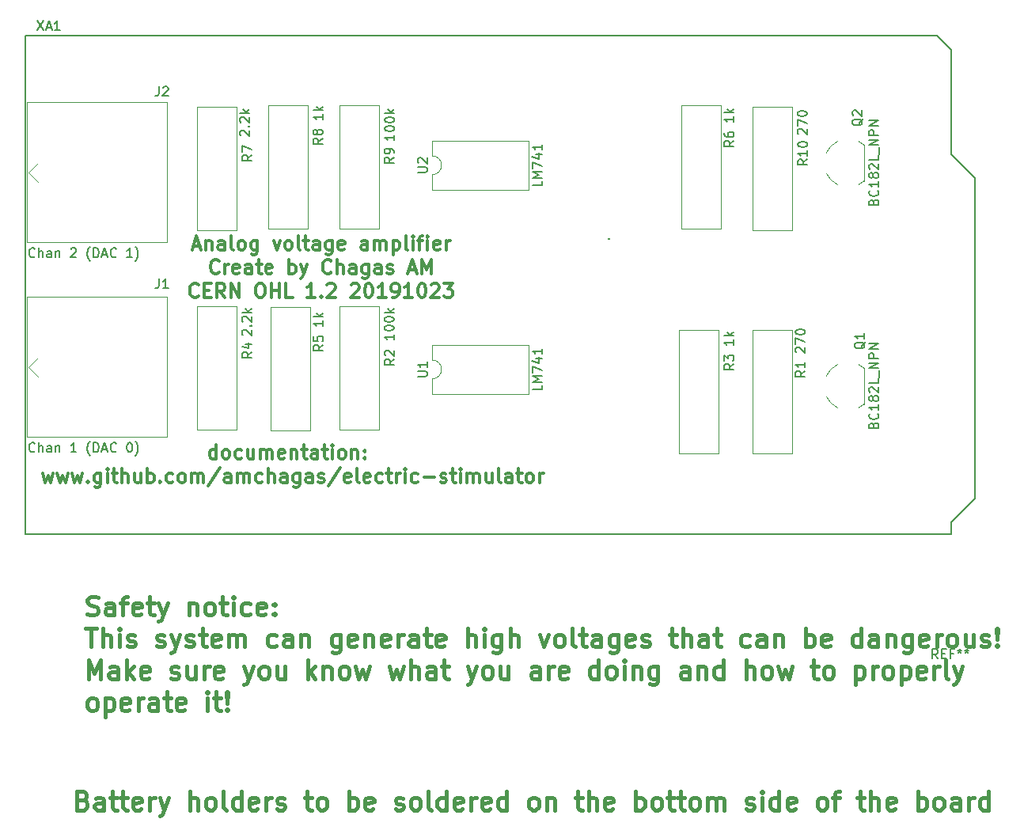
<source format=gbr>
G04 #@! TF.GenerationSoftware,KiCad,Pcbnew,5.1.4-e60b266~84~ubuntu18.04.1*
G04 #@! TF.CreationDate,2019-10-23T15:59:47+01:00*
G04 #@! TF.ProjectId,trans_switch_volt_amp,7472616e-735f-4737-9769-7463685f766f,rev?*
G04 #@! TF.SameCoordinates,Original*
G04 #@! TF.FileFunction,Legend,Top*
G04 #@! TF.FilePolarity,Positive*
%FSLAX46Y46*%
G04 Gerber Fmt 4.6, Leading zero omitted, Abs format (unit mm)*
G04 Created by KiCad (PCBNEW 5.1.4-e60b266~84~ubuntu18.04.1) date 2019-10-23 15:59:47*
%MOMM*%
%LPD*%
G04 APERTURE LIST*
%ADD10C,0.400000*%
%ADD11C,0.300000*%
%ADD12C,0.150000*%
%ADD13C,0.120000*%
G04 APERTURE END LIST*
D10*
X86270761Y-147939142D02*
X86556476Y-148034380D01*
X86651714Y-148129619D01*
X86746952Y-148320095D01*
X86746952Y-148605809D01*
X86651714Y-148796285D01*
X86556476Y-148891523D01*
X86366000Y-148986761D01*
X85604095Y-148986761D01*
X85604095Y-146986761D01*
X86270761Y-146986761D01*
X86461238Y-147082000D01*
X86556476Y-147177238D01*
X86651714Y-147367714D01*
X86651714Y-147558190D01*
X86556476Y-147748666D01*
X86461238Y-147843904D01*
X86270761Y-147939142D01*
X85604095Y-147939142D01*
X88461238Y-148986761D02*
X88461238Y-147939142D01*
X88366000Y-147748666D01*
X88175523Y-147653428D01*
X87794571Y-147653428D01*
X87604095Y-147748666D01*
X88461238Y-148891523D02*
X88270761Y-148986761D01*
X87794571Y-148986761D01*
X87604095Y-148891523D01*
X87508857Y-148701047D01*
X87508857Y-148510571D01*
X87604095Y-148320095D01*
X87794571Y-148224857D01*
X88270761Y-148224857D01*
X88461238Y-148129619D01*
X89127904Y-147653428D02*
X89889809Y-147653428D01*
X89413619Y-146986761D02*
X89413619Y-148701047D01*
X89508857Y-148891523D01*
X89699333Y-148986761D01*
X89889809Y-148986761D01*
X90270761Y-147653428D02*
X91032666Y-147653428D01*
X90556476Y-146986761D02*
X90556476Y-148701047D01*
X90651714Y-148891523D01*
X90842190Y-148986761D01*
X91032666Y-148986761D01*
X92461238Y-148891523D02*
X92270761Y-148986761D01*
X91889809Y-148986761D01*
X91699333Y-148891523D01*
X91604095Y-148701047D01*
X91604095Y-147939142D01*
X91699333Y-147748666D01*
X91889809Y-147653428D01*
X92270761Y-147653428D01*
X92461238Y-147748666D01*
X92556476Y-147939142D01*
X92556476Y-148129619D01*
X91604095Y-148320095D01*
X93413619Y-148986761D02*
X93413619Y-147653428D01*
X93413619Y-148034380D02*
X93508857Y-147843904D01*
X93604095Y-147748666D01*
X93794571Y-147653428D01*
X93985047Y-147653428D01*
X94461238Y-147653428D02*
X94937428Y-148986761D01*
X95413619Y-147653428D02*
X94937428Y-148986761D01*
X94746952Y-149462952D01*
X94651714Y-149558190D01*
X94461238Y-149653428D01*
X97699333Y-148986761D02*
X97699333Y-146986761D01*
X98556476Y-148986761D02*
X98556476Y-147939142D01*
X98461238Y-147748666D01*
X98270761Y-147653428D01*
X97985047Y-147653428D01*
X97794571Y-147748666D01*
X97699333Y-147843904D01*
X99794571Y-148986761D02*
X99604095Y-148891523D01*
X99508857Y-148796285D01*
X99413619Y-148605809D01*
X99413619Y-148034380D01*
X99508857Y-147843904D01*
X99604095Y-147748666D01*
X99794571Y-147653428D01*
X100080285Y-147653428D01*
X100270761Y-147748666D01*
X100366000Y-147843904D01*
X100461238Y-148034380D01*
X100461238Y-148605809D01*
X100366000Y-148796285D01*
X100270761Y-148891523D01*
X100080285Y-148986761D01*
X99794571Y-148986761D01*
X101604095Y-148986761D02*
X101413619Y-148891523D01*
X101318380Y-148701047D01*
X101318380Y-146986761D01*
X103223142Y-148986761D02*
X103223142Y-146986761D01*
X103223142Y-148891523D02*
X103032666Y-148986761D01*
X102651714Y-148986761D01*
X102461238Y-148891523D01*
X102366000Y-148796285D01*
X102270761Y-148605809D01*
X102270761Y-148034380D01*
X102366000Y-147843904D01*
X102461238Y-147748666D01*
X102651714Y-147653428D01*
X103032666Y-147653428D01*
X103223142Y-147748666D01*
X104937428Y-148891523D02*
X104746952Y-148986761D01*
X104366000Y-148986761D01*
X104175523Y-148891523D01*
X104080285Y-148701047D01*
X104080285Y-147939142D01*
X104175523Y-147748666D01*
X104366000Y-147653428D01*
X104746952Y-147653428D01*
X104937428Y-147748666D01*
X105032666Y-147939142D01*
X105032666Y-148129619D01*
X104080285Y-148320095D01*
X105889809Y-148986761D02*
X105889809Y-147653428D01*
X105889809Y-148034380D02*
X105985047Y-147843904D01*
X106080285Y-147748666D01*
X106270761Y-147653428D01*
X106461238Y-147653428D01*
X107032666Y-148891523D02*
X107223142Y-148986761D01*
X107604095Y-148986761D01*
X107794571Y-148891523D01*
X107889809Y-148701047D01*
X107889809Y-148605809D01*
X107794571Y-148415333D01*
X107604095Y-148320095D01*
X107318380Y-148320095D01*
X107127904Y-148224857D01*
X107032666Y-148034380D01*
X107032666Y-147939142D01*
X107127904Y-147748666D01*
X107318380Y-147653428D01*
X107604095Y-147653428D01*
X107794571Y-147748666D01*
X109985047Y-147653428D02*
X110746952Y-147653428D01*
X110270761Y-146986761D02*
X110270761Y-148701047D01*
X110366000Y-148891523D01*
X110556476Y-148986761D01*
X110746952Y-148986761D01*
X111699333Y-148986761D02*
X111508857Y-148891523D01*
X111413619Y-148796285D01*
X111318380Y-148605809D01*
X111318380Y-148034380D01*
X111413619Y-147843904D01*
X111508857Y-147748666D01*
X111699333Y-147653428D01*
X111985047Y-147653428D01*
X112175523Y-147748666D01*
X112270761Y-147843904D01*
X112366000Y-148034380D01*
X112366000Y-148605809D01*
X112270761Y-148796285D01*
X112175523Y-148891523D01*
X111985047Y-148986761D01*
X111699333Y-148986761D01*
X114746952Y-148986761D02*
X114746952Y-146986761D01*
X114746952Y-147748666D02*
X114937428Y-147653428D01*
X115318380Y-147653428D01*
X115508857Y-147748666D01*
X115604095Y-147843904D01*
X115699333Y-148034380D01*
X115699333Y-148605809D01*
X115604095Y-148796285D01*
X115508857Y-148891523D01*
X115318380Y-148986761D01*
X114937428Y-148986761D01*
X114746952Y-148891523D01*
X117318380Y-148891523D02*
X117127904Y-148986761D01*
X116746952Y-148986761D01*
X116556476Y-148891523D01*
X116461238Y-148701047D01*
X116461238Y-147939142D01*
X116556476Y-147748666D01*
X116746952Y-147653428D01*
X117127904Y-147653428D01*
X117318380Y-147748666D01*
X117413619Y-147939142D01*
X117413619Y-148129619D01*
X116461238Y-148320095D01*
X119699333Y-148891523D02*
X119889809Y-148986761D01*
X120270761Y-148986761D01*
X120461238Y-148891523D01*
X120556476Y-148701047D01*
X120556476Y-148605809D01*
X120461238Y-148415333D01*
X120270761Y-148320095D01*
X119985047Y-148320095D01*
X119794571Y-148224857D01*
X119699333Y-148034380D01*
X119699333Y-147939142D01*
X119794571Y-147748666D01*
X119985047Y-147653428D01*
X120270761Y-147653428D01*
X120461238Y-147748666D01*
X121699333Y-148986761D02*
X121508857Y-148891523D01*
X121413619Y-148796285D01*
X121318380Y-148605809D01*
X121318380Y-148034380D01*
X121413619Y-147843904D01*
X121508857Y-147748666D01*
X121699333Y-147653428D01*
X121985047Y-147653428D01*
X122175523Y-147748666D01*
X122270761Y-147843904D01*
X122366000Y-148034380D01*
X122366000Y-148605809D01*
X122270761Y-148796285D01*
X122175523Y-148891523D01*
X121985047Y-148986761D01*
X121699333Y-148986761D01*
X123508857Y-148986761D02*
X123318380Y-148891523D01*
X123223142Y-148701047D01*
X123223142Y-146986761D01*
X125127904Y-148986761D02*
X125127904Y-146986761D01*
X125127904Y-148891523D02*
X124937428Y-148986761D01*
X124556476Y-148986761D01*
X124366000Y-148891523D01*
X124270761Y-148796285D01*
X124175523Y-148605809D01*
X124175523Y-148034380D01*
X124270761Y-147843904D01*
X124366000Y-147748666D01*
X124556476Y-147653428D01*
X124937428Y-147653428D01*
X125127904Y-147748666D01*
X126842190Y-148891523D02*
X126651714Y-148986761D01*
X126270761Y-148986761D01*
X126080285Y-148891523D01*
X125985047Y-148701047D01*
X125985047Y-147939142D01*
X126080285Y-147748666D01*
X126270761Y-147653428D01*
X126651714Y-147653428D01*
X126842190Y-147748666D01*
X126937428Y-147939142D01*
X126937428Y-148129619D01*
X125985047Y-148320095D01*
X127794571Y-148986761D02*
X127794571Y-147653428D01*
X127794571Y-148034380D02*
X127889809Y-147843904D01*
X127985047Y-147748666D01*
X128175523Y-147653428D01*
X128366000Y-147653428D01*
X129794571Y-148891523D02*
X129604095Y-148986761D01*
X129223142Y-148986761D01*
X129032666Y-148891523D01*
X128937428Y-148701047D01*
X128937428Y-147939142D01*
X129032666Y-147748666D01*
X129223142Y-147653428D01*
X129604095Y-147653428D01*
X129794571Y-147748666D01*
X129889809Y-147939142D01*
X129889809Y-148129619D01*
X128937428Y-148320095D01*
X131604095Y-148986761D02*
X131604095Y-146986761D01*
X131604095Y-148891523D02*
X131413619Y-148986761D01*
X131032666Y-148986761D01*
X130842190Y-148891523D01*
X130746952Y-148796285D01*
X130651714Y-148605809D01*
X130651714Y-148034380D01*
X130746952Y-147843904D01*
X130842190Y-147748666D01*
X131032666Y-147653428D01*
X131413619Y-147653428D01*
X131604095Y-147748666D01*
X134366000Y-148986761D02*
X134175523Y-148891523D01*
X134080285Y-148796285D01*
X133985047Y-148605809D01*
X133985047Y-148034380D01*
X134080285Y-147843904D01*
X134175523Y-147748666D01*
X134366000Y-147653428D01*
X134651714Y-147653428D01*
X134842190Y-147748666D01*
X134937428Y-147843904D01*
X135032666Y-148034380D01*
X135032666Y-148605809D01*
X134937428Y-148796285D01*
X134842190Y-148891523D01*
X134651714Y-148986761D01*
X134366000Y-148986761D01*
X135889809Y-147653428D02*
X135889809Y-148986761D01*
X135889809Y-147843904D02*
X135985047Y-147748666D01*
X136175523Y-147653428D01*
X136461238Y-147653428D01*
X136651714Y-147748666D01*
X136746952Y-147939142D01*
X136746952Y-148986761D01*
X138937428Y-147653428D02*
X139699333Y-147653428D01*
X139223142Y-146986761D02*
X139223142Y-148701047D01*
X139318380Y-148891523D01*
X139508857Y-148986761D01*
X139699333Y-148986761D01*
X140366000Y-148986761D02*
X140366000Y-146986761D01*
X141223142Y-148986761D02*
X141223142Y-147939142D01*
X141127904Y-147748666D01*
X140937428Y-147653428D01*
X140651714Y-147653428D01*
X140461238Y-147748666D01*
X140366000Y-147843904D01*
X142937428Y-148891523D02*
X142746952Y-148986761D01*
X142366000Y-148986761D01*
X142175523Y-148891523D01*
X142080285Y-148701047D01*
X142080285Y-147939142D01*
X142175523Y-147748666D01*
X142366000Y-147653428D01*
X142746952Y-147653428D01*
X142937428Y-147748666D01*
X143032666Y-147939142D01*
X143032666Y-148129619D01*
X142080285Y-148320095D01*
X145413619Y-148986761D02*
X145413619Y-146986761D01*
X145413619Y-147748666D02*
X145604095Y-147653428D01*
X145985047Y-147653428D01*
X146175523Y-147748666D01*
X146270761Y-147843904D01*
X146366000Y-148034380D01*
X146366000Y-148605809D01*
X146270761Y-148796285D01*
X146175523Y-148891523D01*
X145985047Y-148986761D01*
X145604095Y-148986761D01*
X145413619Y-148891523D01*
X147508857Y-148986761D02*
X147318380Y-148891523D01*
X147223142Y-148796285D01*
X147127904Y-148605809D01*
X147127904Y-148034380D01*
X147223142Y-147843904D01*
X147318380Y-147748666D01*
X147508857Y-147653428D01*
X147794571Y-147653428D01*
X147985047Y-147748666D01*
X148080285Y-147843904D01*
X148175523Y-148034380D01*
X148175523Y-148605809D01*
X148080285Y-148796285D01*
X147985047Y-148891523D01*
X147794571Y-148986761D01*
X147508857Y-148986761D01*
X148746952Y-147653428D02*
X149508857Y-147653428D01*
X149032666Y-146986761D02*
X149032666Y-148701047D01*
X149127904Y-148891523D01*
X149318380Y-148986761D01*
X149508857Y-148986761D01*
X149889809Y-147653428D02*
X150651714Y-147653428D01*
X150175523Y-146986761D02*
X150175523Y-148701047D01*
X150270761Y-148891523D01*
X150461238Y-148986761D01*
X150651714Y-148986761D01*
X151604095Y-148986761D02*
X151413619Y-148891523D01*
X151318380Y-148796285D01*
X151223142Y-148605809D01*
X151223142Y-148034380D01*
X151318380Y-147843904D01*
X151413619Y-147748666D01*
X151604095Y-147653428D01*
X151889809Y-147653428D01*
X152080285Y-147748666D01*
X152175523Y-147843904D01*
X152270761Y-148034380D01*
X152270761Y-148605809D01*
X152175523Y-148796285D01*
X152080285Y-148891523D01*
X151889809Y-148986761D01*
X151604095Y-148986761D01*
X153127904Y-148986761D02*
X153127904Y-147653428D01*
X153127904Y-147843904D02*
X153223142Y-147748666D01*
X153413619Y-147653428D01*
X153699333Y-147653428D01*
X153889809Y-147748666D01*
X153985047Y-147939142D01*
X153985047Y-148986761D01*
X153985047Y-147939142D02*
X154080285Y-147748666D01*
X154270761Y-147653428D01*
X154556476Y-147653428D01*
X154746952Y-147748666D01*
X154842190Y-147939142D01*
X154842190Y-148986761D01*
X157223142Y-148891523D02*
X157413619Y-148986761D01*
X157794571Y-148986761D01*
X157985047Y-148891523D01*
X158080285Y-148701047D01*
X158080285Y-148605809D01*
X157985047Y-148415333D01*
X157794571Y-148320095D01*
X157508857Y-148320095D01*
X157318380Y-148224857D01*
X157223142Y-148034380D01*
X157223142Y-147939142D01*
X157318380Y-147748666D01*
X157508857Y-147653428D01*
X157794571Y-147653428D01*
X157985047Y-147748666D01*
X158937428Y-148986761D02*
X158937428Y-147653428D01*
X158937428Y-146986761D02*
X158842190Y-147082000D01*
X158937428Y-147177238D01*
X159032666Y-147082000D01*
X158937428Y-146986761D01*
X158937428Y-147177238D01*
X160746952Y-148986761D02*
X160746952Y-146986761D01*
X160746952Y-148891523D02*
X160556476Y-148986761D01*
X160175523Y-148986761D01*
X159985047Y-148891523D01*
X159889809Y-148796285D01*
X159794571Y-148605809D01*
X159794571Y-148034380D01*
X159889809Y-147843904D01*
X159985047Y-147748666D01*
X160175523Y-147653428D01*
X160556476Y-147653428D01*
X160746952Y-147748666D01*
X162461238Y-148891523D02*
X162270761Y-148986761D01*
X161889809Y-148986761D01*
X161699333Y-148891523D01*
X161604095Y-148701047D01*
X161604095Y-147939142D01*
X161699333Y-147748666D01*
X161889809Y-147653428D01*
X162270761Y-147653428D01*
X162461238Y-147748666D01*
X162556476Y-147939142D01*
X162556476Y-148129619D01*
X161604095Y-148320095D01*
X165223142Y-148986761D02*
X165032666Y-148891523D01*
X164937428Y-148796285D01*
X164842190Y-148605809D01*
X164842190Y-148034380D01*
X164937428Y-147843904D01*
X165032666Y-147748666D01*
X165223142Y-147653428D01*
X165508857Y-147653428D01*
X165699333Y-147748666D01*
X165794571Y-147843904D01*
X165889809Y-148034380D01*
X165889809Y-148605809D01*
X165794571Y-148796285D01*
X165699333Y-148891523D01*
X165508857Y-148986761D01*
X165223142Y-148986761D01*
X166461238Y-147653428D02*
X167223142Y-147653428D01*
X166746952Y-148986761D02*
X166746952Y-147272476D01*
X166842190Y-147082000D01*
X167032666Y-146986761D01*
X167223142Y-146986761D01*
X169127904Y-147653428D02*
X169889809Y-147653428D01*
X169413619Y-146986761D02*
X169413619Y-148701047D01*
X169508857Y-148891523D01*
X169699333Y-148986761D01*
X169889809Y-148986761D01*
X170556476Y-148986761D02*
X170556476Y-146986761D01*
X171413619Y-148986761D02*
X171413619Y-147939142D01*
X171318380Y-147748666D01*
X171127904Y-147653428D01*
X170842190Y-147653428D01*
X170651714Y-147748666D01*
X170556476Y-147843904D01*
X173127904Y-148891523D02*
X172937428Y-148986761D01*
X172556476Y-148986761D01*
X172366000Y-148891523D01*
X172270761Y-148701047D01*
X172270761Y-147939142D01*
X172366000Y-147748666D01*
X172556476Y-147653428D01*
X172937428Y-147653428D01*
X173127904Y-147748666D01*
X173223142Y-147939142D01*
X173223142Y-148129619D01*
X172270761Y-148320095D01*
X175604095Y-148986761D02*
X175604095Y-146986761D01*
X175604095Y-147748666D02*
X175794571Y-147653428D01*
X176175523Y-147653428D01*
X176366000Y-147748666D01*
X176461238Y-147843904D01*
X176556476Y-148034380D01*
X176556476Y-148605809D01*
X176461238Y-148796285D01*
X176366000Y-148891523D01*
X176175523Y-148986761D01*
X175794571Y-148986761D01*
X175604095Y-148891523D01*
X177699333Y-148986761D02*
X177508857Y-148891523D01*
X177413619Y-148796285D01*
X177318380Y-148605809D01*
X177318380Y-148034380D01*
X177413619Y-147843904D01*
X177508857Y-147748666D01*
X177699333Y-147653428D01*
X177985047Y-147653428D01*
X178175523Y-147748666D01*
X178270761Y-147843904D01*
X178366000Y-148034380D01*
X178366000Y-148605809D01*
X178270761Y-148796285D01*
X178175523Y-148891523D01*
X177985047Y-148986761D01*
X177699333Y-148986761D01*
X180080285Y-148986761D02*
X180080285Y-147939142D01*
X179985047Y-147748666D01*
X179794571Y-147653428D01*
X179413619Y-147653428D01*
X179223142Y-147748666D01*
X180080285Y-148891523D02*
X179889809Y-148986761D01*
X179413619Y-148986761D01*
X179223142Y-148891523D01*
X179127904Y-148701047D01*
X179127904Y-148510571D01*
X179223142Y-148320095D01*
X179413619Y-148224857D01*
X179889809Y-148224857D01*
X180080285Y-148129619D01*
X181032666Y-148986761D02*
X181032666Y-147653428D01*
X181032666Y-148034380D02*
X181127904Y-147843904D01*
X181223142Y-147748666D01*
X181413619Y-147653428D01*
X181604095Y-147653428D01*
X183127904Y-148986761D02*
X183127904Y-146986761D01*
X183127904Y-148891523D02*
X182937428Y-148986761D01*
X182556476Y-148986761D01*
X182365999Y-148891523D01*
X182270761Y-148796285D01*
X182175523Y-148605809D01*
X182175523Y-148034380D01*
X182270761Y-147843904D01*
X182365999Y-147748666D01*
X182556476Y-147653428D01*
X182937428Y-147653428D01*
X183127904Y-147748666D01*
X86746952Y-128043523D02*
X87032666Y-128138761D01*
X87508857Y-128138761D01*
X87699333Y-128043523D01*
X87794571Y-127948285D01*
X87889809Y-127757809D01*
X87889809Y-127567333D01*
X87794571Y-127376857D01*
X87699333Y-127281619D01*
X87508857Y-127186380D01*
X87127904Y-127091142D01*
X86937428Y-126995904D01*
X86842190Y-126900666D01*
X86746952Y-126710190D01*
X86746952Y-126519714D01*
X86842190Y-126329238D01*
X86937428Y-126234000D01*
X87127904Y-126138761D01*
X87604095Y-126138761D01*
X87889809Y-126234000D01*
X89604095Y-128138761D02*
X89604095Y-127091142D01*
X89508857Y-126900666D01*
X89318380Y-126805428D01*
X88937428Y-126805428D01*
X88746952Y-126900666D01*
X89604095Y-128043523D02*
X89413619Y-128138761D01*
X88937428Y-128138761D01*
X88746952Y-128043523D01*
X88651714Y-127853047D01*
X88651714Y-127662571D01*
X88746952Y-127472095D01*
X88937428Y-127376857D01*
X89413619Y-127376857D01*
X89604095Y-127281619D01*
X90270761Y-126805428D02*
X91032666Y-126805428D01*
X90556476Y-128138761D02*
X90556476Y-126424476D01*
X90651714Y-126234000D01*
X90842190Y-126138761D01*
X91032666Y-126138761D01*
X92461238Y-128043523D02*
X92270761Y-128138761D01*
X91889809Y-128138761D01*
X91699333Y-128043523D01*
X91604095Y-127853047D01*
X91604095Y-127091142D01*
X91699333Y-126900666D01*
X91889809Y-126805428D01*
X92270761Y-126805428D01*
X92461238Y-126900666D01*
X92556476Y-127091142D01*
X92556476Y-127281619D01*
X91604095Y-127472095D01*
X93127904Y-126805428D02*
X93889809Y-126805428D01*
X93413619Y-126138761D02*
X93413619Y-127853047D01*
X93508857Y-128043523D01*
X93699333Y-128138761D01*
X93889809Y-128138761D01*
X94366000Y-126805428D02*
X94842190Y-128138761D01*
X95318380Y-126805428D02*
X94842190Y-128138761D01*
X94651714Y-128614952D01*
X94556476Y-128710190D01*
X94366000Y-128805428D01*
X97604095Y-126805428D02*
X97604095Y-128138761D01*
X97604095Y-126995904D02*
X97699333Y-126900666D01*
X97889809Y-126805428D01*
X98175523Y-126805428D01*
X98366000Y-126900666D01*
X98461238Y-127091142D01*
X98461238Y-128138761D01*
X99699333Y-128138761D02*
X99508857Y-128043523D01*
X99413619Y-127948285D01*
X99318380Y-127757809D01*
X99318380Y-127186380D01*
X99413619Y-126995904D01*
X99508857Y-126900666D01*
X99699333Y-126805428D01*
X99985047Y-126805428D01*
X100175523Y-126900666D01*
X100270761Y-126995904D01*
X100366000Y-127186380D01*
X100366000Y-127757809D01*
X100270761Y-127948285D01*
X100175523Y-128043523D01*
X99985047Y-128138761D01*
X99699333Y-128138761D01*
X100937428Y-126805428D02*
X101699333Y-126805428D01*
X101223142Y-126138761D02*
X101223142Y-127853047D01*
X101318380Y-128043523D01*
X101508857Y-128138761D01*
X101699333Y-128138761D01*
X102366000Y-128138761D02*
X102366000Y-126805428D01*
X102366000Y-126138761D02*
X102270761Y-126234000D01*
X102366000Y-126329238D01*
X102461238Y-126234000D01*
X102366000Y-126138761D01*
X102366000Y-126329238D01*
X104175523Y-128043523D02*
X103985047Y-128138761D01*
X103604095Y-128138761D01*
X103413619Y-128043523D01*
X103318380Y-127948285D01*
X103223142Y-127757809D01*
X103223142Y-127186380D01*
X103318380Y-126995904D01*
X103413619Y-126900666D01*
X103604095Y-126805428D01*
X103985047Y-126805428D01*
X104175523Y-126900666D01*
X105794571Y-128043523D02*
X105604095Y-128138761D01*
X105223142Y-128138761D01*
X105032666Y-128043523D01*
X104937428Y-127853047D01*
X104937428Y-127091142D01*
X105032666Y-126900666D01*
X105223142Y-126805428D01*
X105604095Y-126805428D01*
X105794571Y-126900666D01*
X105889809Y-127091142D01*
X105889809Y-127281619D01*
X104937428Y-127472095D01*
X106746952Y-127948285D02*
X106842190Y-128043523D01*
X106746952Y-128138761D01*
X106651714Y-128043523D01*
X106746952Y-127948285D01*
X106746952Y-128138761D01*
X106746952Y-126900666D02*
X106842190Y-126995904D01*
X106746952Y-127091142D01*
X106651714Y-126995904D01*
X106746952Y-126900666D01*
X106746952Y-127091142D01*
X86556476Y-129538761D02*
X87699333Y-129538761D01*
X87127904Y-131538761D02*
X87127904Y-129538761D01*
X88366000Y-131538761D02*
X88366000Y-129538761D01*
X89223142Y-131538761D02*
X89223142Y-130491142D01*
X89127904Y-130300666D01*
X88937428Y-130205428D01*
X88651714Y-130205428D01*
X88461238Y-130300666D01*
X88366000Y-130395904D01*
X90175523Y-131538761D02*
X90175523Y-130205428D01*
X90175523Y-129538761D02*
X90080285Y-129634000D01*
X90175523Y-129729238D01*
X90270761Y-129634000D01*
X90175523Y-129538761D01*
X90175523Y-129729238D01*
X91032666Y-131443523D02*
X91223142Y-131538761D01*
X91604095Y-131538761D01*
X91794571Y-131443523D01*
X91889809Y-131253047D01*
X91889809Y-131157809D01*
X91794571Y-130967333D01*
X91604095Y-130872095D01*
X91318380Y-130872095D01*
X91127904Y-130776857D01*
X91032666Y-130586380D01*
X91032666Y-130491142D01*
X91127904Y-130300666D01*
X91318380Y-130205428D01*
X91604095Y-130205428D01*
X91794571Y-130300666D01*
X94175523Y-131443523D02*
X94366000Y-131538761D01*
X94746952Y-131538761D01*
X94937428Y-131443523D01*
X95032666Y-131253047D01*
X95032666Y-131157809D01*
X94937428Y-130967333D01*
X94746952Y-130872095D01*
X94461238Y-130872095D01*
X94270761Y-130776857D01*
X94175523Y-130586380D01*
X94175523Y-130491142D01*
X94270761Y-130300666D01*
X94461238Y-130205428D01*
X94746952Y-130205428D01*
X94937428Y-130300666D01*
X95699333Y-130205428D02*
X96175523Y-131538761D01*
X96651714Y-130205428D02*
X96175523Y-131538761D01*
X95985047Y-132014952D01*
X95889809Y-132110190D01*
X95699333Y-132205428D01*
X97318380Y-131443523D02*
X97508857Y-131538761D01*
X97889809Y-131538761D01*
X98080285Y-131443523D01*
X98175523Y-131253047D01*
X98175523Y-131157809D01*
X98080285Y-130967333D01*
X97889809Y-130872095D01*
X97604095Y-130872095D01*
X97413619Y-130776857D01*
X97318380Y-130586380D01*
X97318380Y-130491142D01*
X97413619Y-130300666D01*
X97604095Y-130205428D01*
X97889809Y-130205428D01*
X98080285Y-130300666D01*
X98746952Y-130205428D02*
X99508857Y-130205428D01*
X99032666Y-129538761D02*
X99032666Y-131253047D01*
X99127904Y-131443523D01*
X99318380Y-131538761D01*
X99508857Y-131538761D01*
X100937428Y-131443523D02*
X100746952Y-131538761D01*
X100366000Y-131538761D01*
X100175523Y-131443523D01*
X100080285Y-131253047D01*
X100080285Y-130491142D01*
X100175523Y-130300666D01*
X100366000Y-130205428D01*
X100746952Y-130205428D01*
X100937428Y-130300666D01*
X101032666Y-130491142D01*
X101032666Y-130681619D01*
X100080285Y-130872095D01*
X101889809Y-131538761D02*
X101889809Y-130205428D01*
X101889809Y-130395904D02*
X101985047Y-130300666D01*
X102175523Y-130205428D01*
X102461238Y-130205428D01*
X102651714Y-130300666D01*
X102746952Y-130491142D01*
X102746952Y-131538761D01*
X102746952Y-130491142D02*
X102842190Y-130300666D01*
X103032666Y-130205428D01*
X103318380Y-130205428D01*
X103508857Y-130300666D01*
X103604095Y-130491142D01*
X103604095Y-131538761D01*
X106937428Y-131443523D02*
X106746952Y-131538761D01*
X106366000Y-131538761D01*
X106175523Y-131443523D01*
X106080285Y-131348285D01*
X105985047Y-131157809D01*
X105985047Y-130586380D01*
X106080285Y-130395904D01*
X106175523Y-130300666D01*
X106366000Y-130205428D01*
X106746952Y-130205428D01*
X106937428Y-130300666D01*
X108651714Y-131538761D02*
X108651714Y-130491142D01*
X108556476Y-130300666D01*
X108366000Y-130205428D01*
X107985047Y-130205428D01*
X107794571Y-130300666D01*
X108651714Y-131443523D02*
X108461238Y-131538761D01*
X107985047Y-131538761D01*
X107794571Y-131443523D01*
X107699333Y-131253047D01*
X107699333Y-131062571D01*
X107794571Y-130872095D01*
X107985047Y-130776857D01*
X108461238Y-130776857D01*
X108651714Y-130681619D01*
X109604095Y-130205428D02*
X109604095Y-131538761D01*
X109604095Y-130395904D02*
X109699333Y-130300666D01*
X109889809Y-130205428D01*
X110175523Y-130205428D01*
X110366000Y-130300666D01*
X110461238Y-130491142D01*
X110461238Y-131538761D01*
X113794571Y-130205428D02*
X113794571Y-131824476D01*
X113699333Y-132014952D01*
X113604095Y-132110190D01*
X113413619Y-132205428D01*
X113127904Y-132205428D01*
X112937428Y-132110190D01*
X113794571Y-131443523D02*
X113604095Y-131538761D01*
X113223142Y-131538761D01*
X113032666Y-131443523D01*
X112937428Y-131348285D01*
X112842190Y-131157809D01*
X112842190Y-130586380D01*
X112937428Y-130395904D01*
X113032666Y-130300666D01*
X113223142Y-130205428D01*
X113604095Y-130205428D01*
X113794571Y-130300666D01*
X115508857Y-131443523D02*
X115318380Y-131538761D01*
X114937428Y-131538761D01*
X114746952Y-131443523D01*
X114651714Y-131253047D01*
X114651714Y-130491142D01*
X114746952Y-130300666D01*
X114937428Y-130205428D01*
X115318380Y-130205428D01*
X115508857Y-130300666D01*
X115604095Y-130491142D01*
X115604095Y-130681619D01*
X114651714Y-130872095D01*
X116461238Y-130205428D02*
X116461238Y-131538761D01*
X116461238Y-130395904D02*
X116556476Y-130300666D01*
X116746952Y-130205428D01*
X117032666Y-130205428D01*
X117223142Y-130300666D01*
X117318380Y-130491142D01*
X117318380Y-131538761D01*
X119032666Y-131443523D02*
X118842190Y-131538761D01*
X118461238Y-131538761D01*
X118270761Y-131443523D01*
X118175523Y-131253047D01*
X118175523Y-130491142D01*
X118270761Y-130300666D01*
X118461238Y-130205428D01*
X118842190Y-130205428D01*
X119032666Y-130300666D01*
X119127904Y-130491142D01*
X119127904Y-130681619D01*
X118175523Y-130872095D01*
X119985047Y-131538761D02*
X119985047Y-130205428D01*
X119985047Y-130586380D02*
X120080285Y-130395904D01*
X120175523Y-130300666D01*
X120366000Y-130205428D01*
X120556476Y-130205428D01*
X122080285Y-131538761D02*
X122080285Y-130491142D01*
X121985047Y-130300666D01*
X121794571Y-130205428D01*
X121413619Y-130205428D01*
X121223142Y-130300666D01*
X122080285Y-131443523D02*
X121889809Y-131538761D01*
X121413619Y-131538761D01*
X121223142Y-131443523D01*
X121127904Y-131253047D01*
X121127904Y-131062571D01*
X121223142Y-130872095D01*
X121413619Y-130776857D01*
X121889809Y-130776857D01*
X122080285Y-130681619D01*
X122746952Y-130205428D02*
X123508857Y-130205428D01*
X123032666Y-129538761D02*
X123032666Y-131253047D01*
X123127904Y-131443523D01*
X123318380Y-131538761D01*
X123508857Y-131538761D01*
X124937428Y-131443523D02*
X124746952Y-131538761D01*
X124365999Y-131538761D01*
X124175523Y-131443523D01*
X124080285Y-131253047D01*
X124080285Y-130491142D01*
X124175523Y-130300666D01*
X124365999Y-130205428D01*
X124746952Y-130205428D01*
X124937428Y-130300666D01*
X125032666Y-130491142D01*
X125032666Y-130681619D01*
X124080285Y-130872095D01*
X127413619Y-131538761D02*
X127413619Y-129538761D01*
X128270761Y-131538761D02*
X128270761Y-130491142D01*
X128175523Y-130300666D01*
X127985047Y-130205428D01*
X127699333Y-130205428D01*
X127508857Y-130300666D01*
X127413619Y-130395904D01*
X129223142Y-131538761D02*
X129223142Y-130205428D01*
X129223142Y-129538761D02*
X129127904Y-129634000D01*
X129223142Y-129729238D01*
X129318380Y-129634000D01*
X129223142Y-129538761D01*
X129223142Y-129729238D01*
X131032666Y-130205428D02*
X131032666Y-131824476D01*
X130937428Y-132014952D01*
X130842190Y-132110190D01*
X130651714Y-132205428D01*
X130365999Y-132205428D01*
X130175523Y-132110190D01*
X131032666Y-131443523D02*
X130842190Y-131538761D01*
X130461238Y-131538761D01*
X130270761Y-131443523D01*
X130175523Y-131348285D01*
X130080285Y-131157809D01*
X130080285Y-130586380D01*
X130175523Y-130395904D01*
X130270761Y-130300666D01*
X130461238Y-130205428D01*
X130842190Y-130205428D01*
X131032666Y-130300666D01*
X131985047Y-131538761D02*
X131985047Y-129538761D01*
X132842190Y-131538761D02*
X132842190Y-130491142D01*
X132746952Y-130300666D01*
X132556476Y-130205428D01*
X132270761Y-130205428D01*
X132080285Y-130300666D01*
X131985047Y-130395904D01*
X135127904Y-130205428D02*
X135604095Y-131538761D01*
X136080285Y-130205428D01*
X137127904Y-131538761D02*
X136937428Y-131443523D01*
X136842190Y-131348285D01*
X136746952Y-131157809D01*
X136746952Y-130586380D01*
X136842190Y-130395904D01*
X136937428Y-130300666D01*
X137127904Y-130205428D01*
X137413619Y-130205428D01*
X137604095Y-130300666D01*
X137699333Y-130395904D01*
X137794571Y-130586380D01*
X137794571Y-131157809D01*
X137699333Y-131348285D01*
X137604095Y-131443523D01*
X137413619Y-131538761D01*
X137127904Y-131538761D01*
X138937428Y-131538761D02*
X138746952Y-131443523D01*
X138651714Y-131253047D01*
X138651714Y-129538761D01*
X139413619Y-130205428D02*
X140175523Y-130205428D01*
X139699333Y-129538761D02*
X139699333Y-131253047D01*
X139794571Y-131443523D01*
X139985047Y-131538761D01*
X140175523Y-131538761D01*
X141699333Y-131538761D02*
X141699333Y-130491142D01*
X141604095Y-130300666D01*
X141413619Y-130205428D01*
X141032666Y-130205428D01*
X140842190Y-130300666D01*
X141699333Y-131443523D02*
X141508857Y-131538761D01*
X141032666Y-131538761D01*
X140842190Y-131443523D01*
X140746952Y-131253047D01*
X140746952Y-131062571D01*
X140842190Y-130872095D01*
X141032666Y-130776857D01*
X141508857Y-130776857D01*
X141699333Y-130681619D01*
X143508857Y-130205428D02*
X143508857Y-131824476D01*
X143413619Y-132014952D01*
X143318380Y-132110190D01*
X143127904Y-132205428D01*
X142842190Y-132205428D01*
X142651714Y-132110190D01*
X143508857Y-131443523D02*
X143318380Y-131538761D01*
X142937428Y-131538761D01*
X142746952Y-131443523D01*
X142651714Y-131348285D01*
X142556476Y-131157809D01*
X142556476Y-130586380D01*
X142651714Y-130395904D01*
X142746952Y-130300666D01*
X142937428Y-130205428D01*
X143318380Y-130205428D01*
X143508857Y-130300666D01*
X145223142Y-131443523D02*
X145032666Y-131538761D01*
X144651714Y-131538761D01*
X144461238Y-131443523D01*
X144365999Y-131253047D01*
X144365999Y-130491142D01*
X144461238Y-130300666D01*
X144651714Y-130205428D01*
X145032666Y-130205428D01*
X145223142Y-130300666D01*
X145318380Y-130491142D01*
X145318380Y-130681619D01*
X144365999Y-130872095D01*
X146080285Y-131443523D02*
X146270761Y-131538761D01*
X146651714Y-131538761D01*
X146842190Y-131443523D01*
X146937428Y-131253047D01*
X146937428Y-131157809D01*
X146842190Y-130967333D01*
X146651714Y-130872095D01*
X146365999Y-130872095D01*
X146175523Y-130776857D01*
X146080285Y-130586380D01*
X146080285Y-130491142D01*
X146175523Y-130300666D01*
X146365999Y-130205428D01*
X146651714Y-130205428D01*
X146842190Y-130300666D01*
X149032666Y-130205428D02*
X149794571Y-130205428D01*
X149318380Y-129538761D02*
X149318380Y-131253047D01*
X149413619Y-131443523D01*
X149604095Y-131538761D01*
X149794571Y-131538761D01*
X150461238Y-131538761D02*
X150461238Y-129538761D01*
X151318380Y-131538761D02*
X151318380Y-130491142D01*
X151223142Y-130300666D01*
X151032666Y-130205428D01*
X150746952Y-130205428D01*
X150556476Y-130300666D01*
X150461238Y-130395904D01*
X153127904Y-131538761D02*
X153127904Y-130491142D01*
X153032666Y-130300666D01*
X152842190Y-130205428D01*
X152461238Y-130205428D01*
X152270761Y-130300666D01*
X153127904Y-131443523D02*
X152937428Y-131538761D01*
X152461238Y-131538761D01*
X152270761Y-131443523D01*
X152175523Y-131253047D01*
X152175523Y-131062571D01*
X152270761Y-130872095D01*
X152461238Y-130776857D01*
X152937428Y-130776857D01*
X153127904Y-130681619D01*
X153794571Y-130205428D02*
X154556476Y-130205428D01*
X154080285Y-129538761D02*
X154080285Y-131253047D01*
X154175523Y-131443523D01*
X154365999Y-131538761D01*
X154556476Y-131538761D01*
X157604095Y-131443523D02*
X157413619Y-131538761D01*
X157032666Y-131538761D01*
X156842190Y-131443523D01*
X156746952Y-131348285D01*
X156651714Y-131157809D01*
X156651714Y-130586380D01*
X156746952Y-130395904D01*
X156842190Y-130300666D01*
X157032666Y-130205428D01*
X157413619Y-130205428D01*
X157604095Y-130300666D01*
X159318380Y-131538761D02*
X159318380Y-130491142D01*
X159223142Y-130300666D01*
X159032666Y-130205428D01*
X158651714Y-130205428D01*
X158461238Y-130300666D01*
X159318380Y-131443523D02*
X159127904Y-131538761D01*
X158651714Y-131538761D01*
X158461238Y-131443523D01*
X158365999Y-131253047D01*
X158365999Y-131062571D01*
X158461238Y-130872095D01*
X158651714Y-130776857D01*
X159127904Y-130776857D01*
X159318380Y-130681619D01*
X160270761Y-130205428D02*
X160270761Y-131538761D01*
X160270761Y-130395904D02*
X160365999Y-130300666D01*
X160556476Y-130205428D01*
X160842190Y-130205428D01*
X161032666Y-130300666D01*
X161127904Y-130491142D01*
X161127904Y-131538761D01*
X163604095Y-131538761D02*
X163604095Y-129538761D01*
X163604095Y-130300666D02*
X163794571Y-130205428D01*
X164175523Y-130205428D01*
X164365999Y-130300666D01*
X164461238Y-130395904D01*
X164556476Y-130586380D01*
X164556476Y-131157809D01*
X164461238Y-131348285D01*
X164365999Y-131443523D01*
X164175523Y-131538761D01*
X163794571Y-131538761D01*
X163604095Y-131443523D01*
X166175523Y-131443523D02*
X165985047Y-131538761D01*
X165604095Y-131538761D01*
X165413619Y-131443523D01*
X165318380Y-131253047D01*
X165318380Y-130491142D01*
X165413619Y-130300666D01*
X165604095Y-130205428D01*
X165985047Y-130205428D01*
X166175523Y-130300666D01*
X166270761Y-130491142D01*
X166270761Y-130681619D01*
X165318380Y-130872095D01*
X169508857Y-131538761D02*
X169508857Y-129538761D01*
X169508857Y-131443523D02*
X169318380Y-131538761D01*
X168937428Y-131538761D01*
X168746952Y-131443523D01*
X168651714Y-131348285D01*
X168556476Y-131157809D01*
X168556476Y-130586380D01*
X168651714Y-130395904D01*
X168746952Y-130300666D01*
X168937428Y-130205428D01*
X169318380Y-130205428D01*
X169508857Y-130300666D01*
X171318380Y-131538761D02*
X171318380Y-130491142D01*
X171223142Y-130300666D01*
X171032666Y-130205428D01*
X170651714Y-130205428D01*
X170461238Y-130300666D01*
X171318380Y-131443523D02*
X171127904Y-131538761D01*
X170651714Y-131538761D01*
X170461238Y-131443523D01*
X170365999Y-131253047D01*
X170365999Y-131062571D01*
X170461238Y-130872095D01*
X170651714Y-130776857D01*
X171127904Y-130776857D01*
X171318380Y-130681619D01*
X172270761Y-130205428D02*
X172270761Y-131538761D01*
X172270761Y-130395904D02*
X172365999Y-130300666D01*
X172556476Y-130205428D01*
X172842190Y-130205428D01*
X173032666Y-130300666D01*
X173127904Y-130491142D01*
X173127904Y-131538761D01*
X174937428Y-130205428D02*
X174937428Y-131824476D01*
X174842190Y-132014952D01*
X174746952Y-132110190D01*
X174556476Y-132205428D01*
X174270761Y-132205428D01*
X174080285Y-132110190D01*
X174937428Y-131443523D02*
X174746952Y-131538761D01*
X174365999Y-131538761D01*
X174175523Y-131443523D01*
X174080285Y-131348285D01*
X173985047Y-131157809D01*
X173985047Y-130586380D01*
X174080285Y-130395904D01*
X174175523Y-130300666D01*
X174365999Y-130205428D01*
X174746952Y-130205428D01*
X174937428Y-130300666D01*
X176651714Y-131443523D02*
X176461238Y-131538761D01*
X176080285Y-131538761D01*
X175889809Y-131443523D01*
X175794571Y-131253047D01*
X175794571Y-130491142D01*
X175889809Y-130300666D01*
X176080285Y-130205428D01*
X176461238Y-130205428D01*
X176651714Y-130300666D01*
X176746952Y-130491142D01*
X176746952Y-130681619D01*
X175794571Y-130872095D01*
X177604095Y-131538761D02*
X177604095Y-130205428D01*
X177604095Y-130586380D02*
X177699333Y-130395904D01*
X177794571Y-130300666D01*
X177985047Y-130205428D01*
X178175523Y-130205428D01*
X179127904Y-131538761D02*
X178937428Y-131443523D01*
X178842190Y-131348285D01*
X178746952Y-131157809D01*
X178746952Y-130586380D01*
X178842190Y-130395904D01*
X178937428Y-130300666D01*
X179127904Y-130205428D01*
X179413619Y-130205428D01*
X179604095Y-130300666D01*
X179699333Y-130395904D01*
X179794571Y-130586380D01*
X179794571Y-131157809D01*
X179699333Y-131348285D01*
X179604095Y-131443523D01*
X179413619Y-131538761D01*
X179127904Y-131538761D01*
X181508857Y-130205428D02*
X181508857Y-131538761D01*
X180651714Y-130205428D02*
X180651714Y-131253047D01*
X180746952Y-131443523D01*
X180937428Y-131538761D01*
X181223142Y-131538761D01*
X181413619Y-131443523D01*
X181508857Y-131348285D01*
X182365999Y-131443523D02*
X182556476Y-131538761D01*
X182937428Y-131538761D01*
X183127904Y-131443523D01*
X183223142Y-131253047D01*
X183223142Y-131157809D01*
X183127904Y-130967333D01*
X182937428Y-130872095D01*
X182651714Y-130872095D01*
X182461238Y-130776857D01*
X182365999Y-130586380D01*
X182365999Y-130491142D01*
X182461238Y-130300666D01*
X182651714Y-130205428D01*
X182937428Y-130205428D01*
X183127904Y-130300666D01*
X184080285Y-131348285D02*
X184175523Y-131443523D01*
X184080285Y-131538761D01*
X183985047Y-131443523D01*
X184080285Y-131348285D01*
X184080285Y-131538761D01*
X184080285Y-130776857D02*
X183985047Y-129634000D01*
X184080285Y-129538761D01*
X184175523Y-129634000D01*
X184080285Y-130776857D01*
X184080285Y-129538761D01*
X86842190Y-134938761D02*
X86842190Y-132938761D01*
X87508857Y-134367333D01*
X88175523Y-132938761D01*
X88175523Y-134938761D01*
X89985047Y-134938761D02*
X89985047Y-133891142D01*
X89889809Y-133700666D01*
X89699333Y-133605428D01*
X89318380Y-133605428D01*
X89127904Y-133700666D01*
X89985047Y-134843523D02*
X89794571Y-134938761D01*
X89318380Y-134938761D01*
X89127904Y-134843523D01*
X89032666Y-134653047D01*
X89032666Y-134462571D01*
X89127904Y-134272095D01*
X89318380Y-134176857D01*
X89794571Y-134176857D01*
X89985047Y-134081619D01*
X90937428Y-134938761D02*
X90937428Y-132938761D01*
X91127904Y-134176857D02*
X91699333Y-134938761D01*
X91699333Y-133605428D02*
X90937428Y-134367333D01*
X93318380Y-134843523D02*
X93127904Y-134938761D01*
X92746952Y-134938761D01*
X92556476Y-134843523D01*
X92461238Y-134653047D01*
X92461238Y-133891142D01*
X92556476Y-133700666D01*
X92746952Y-133605428D01*
X93127904Y-133605428D01*
X93318380Y-133700666D01*
X93413619Y-133891142D01*
X93413619Y-134081619D01*
X92461238Y-134272095D01*
X95699333Y-134843523D02*
X95889809Y-134938761D01*
X96270761Y-134938761D01*
X96461238Y-134843523D01*
X96556476Y-134653047D01*
X96556476Y-134557809D01*
X96461238Y-134367333D01*
X96270761Y-134272095D01*
X95985047Y-134272095D01*
X95794571Y-134176857D01*
X95699333Y-133986380D01*
X95699333Y-133891142D01*
X95794571Y-133700666D01*
X95985047Y-133605428D01*
X96270761Y-133605428D01*
X96461238Y-133700666D01*
X98270761Y-133605428D02*
X98270761Y-134938761D01*
X97413619Y-133605428D02*
X97413619Y-134653047D01*
X97508857Y-134843523D01*
X97699333Y-134938761D01*
X97985047Y-134938761D01*
X98175523Y-134843523D01*
X98270761Y-134748285D01*
X99223142Y-134938761D02*
X99223142Y-133605428D01*
X99223142Y-133986380D02*
X99318380Y-133795904D01*
X99413619Y-133700666D01*
X99604095Y-133605428D01*
X99794571Y-133605428D01*
X101223142Y-134843523D02*
X101032666Y-134938761D01*
X100651714Y-134938761D01*
X100461238Y-134843523D01*
X100366000Y-134653047D01*
X100366000Y-133891142D01*
X100461238Y-133700666D01*
X100651714Y-133605428D01*
X101032666Y-133605428D01*
X101223142Y-133700666D01*
X101318380Y-133891142D01*
X101318380Y-134081619D01*
X100366000Y-134272095D01*
X103508857Y-133605428D02*
X103985047Y-134938761D01*
X104461238Y-133605428D02*
X103985047Y-134938761D01*
X103794571Y-135414952D01*
X103699333Y-135510190D01*
X103508857Y-135605428D01*
X105508857Y-134938761D02*
X105318380Y-134843523D01*
X105223142Y-134748285D01*
X105127904Y-134557809D01*
X105127904Y-133986380D01*
X105223142Y-133795904D01*
X105318380Y-133700666D01*
X105508857Y-133605428D01*
X105794571Y-133605428D01*
X105985047Y-133700666D01*
X106080285Y-133795904D01*
X106175523Y-133986380D01*
X106175523Y-134557809D01*
X106080285Y-134748285D01*
X105985047Y-134843523D01*
X105794571Y-134938761D01*
X105508857Y-134938761D01*
X107889809Y-133605428D02*
X107889809Y-134938761D01*
X107032666Y-133605428D02*
X107032666Y-134653047D01*
X107127904Y-134843523D01*
X107318380Y-134938761D01*
X107604095Y-134938761D01*
X107794571Y-134843523D01*
X107889809Y-134748285D01*
X110366000Y-134938761D02*
X110366000Y-132938761D01*
X110556476Y-134176857D02*
X111127904Y-134938761D01*
X111127904Y-133605428D02*
X110366000Y-134367333D01*
X111985047Y-133605428D02*
X111985047Y-134938761D01*
X111985047Y-133795904D02*
X112080285Y-133700666D01*
X112270761Y-133605428D01*
X112556476Y-133605428D01*
X112746952Y-133700666D01*
X112842190Y-133891142D01*
X112842190Y-134938761D01*
X114080285Y-134938761D02*
X113889809Y-134843523D01*
X113794571Y-134748285D01*
X113699333Y-134557809D01*
X113699333Y-133986380D01*
X113794571Y-133795904D01*
X113889809Y-133700666D01*
X114080285Y-133605428D01*
X114366000Y-133605428D01*
X114556476Y-133700666D01*
X114651714Y-133795904D01*
X114746952Y-133986380D01*
X114746952Y-134557809D01*
X114651714Y-134748285D01*
X114556476Y-134843523D01*
X114366000Y-134938761D01*
X114080285Y-134938761D01*
X115413619Y-133605428D02*
X115794571Y-134938761D01*
X116175523Y-133986380D01*
X116556476Y-134938761D01*
X116937428Y-133605428D01*
X119032666Y-133605428D02*
X119413619Y-134938761D01*
X119794571Y-133986380D01*
X120175523Y-134938761D01*
X120556476Y-133605428D01*
X121318380Y-134938761D02*
X121318380Y-132938761D01*
X122175523Y-134938761D02*
X122175523Y-133891142D01*
X122080285Y-133700666D01*
X121889809Y-133605428D01*
X121604095Y-133605428D01*
X121413619Y-133700666D01*
X121318380Y-133795904D01*
X123985047Y-134938761D02*
X123985047Y-133891142D01*
X123889809Y-133700666D01*
X123699333Y-133605428D01*
X123318380Y-133605428D01*
X123127904Y-133700666D01*
X123985047Y-134843523D02*
X123794571Y-134938761D01*
X123318380Y-134938761D01*
X123127904Y-134843523D01*
X123032666Y-134653047D01*
X123032666Y-134462571D01*
X123127904Y-134272095D01*
X123318380Y-134176857D01*
X123794571Y-134176857D01*
X123985047Y-134081619D01*
X124651714Y-133605428D02*
X125413619Y-133605428D01*
X124937428Y-132938761D02*
X124937428Y-134653047D01*
X125032666Y-134843523D01*
X125223142Y-134938761D01*
X125413619Y-134938761D01*
X127413619Y-133605428D02*
X127889809Y-134938761D01*
X128365999Y-133605428D02*
X127889809Y-134938761D01*
X127699333Y-135414952D01*
X127604095Y-135510190D01*
X127413619Y-135605428D01*
X129413619Y-134938761D02*
X129223142Y-134843523D01*
X129127904Y-134748285D01*
X129032666Y-134557809D01*
X129032666Y-133986380D01*
X129127904Y-133795904D01*
X129223142Y-133700666D01*
X129413619Y-133605428D01*
X129699333Y-133605428D01*
X129889809Y-133700666D01*
X129985047Y-133795904D01*
X130080285Y-133986380D01*
X130080285Y-134557809D01*
X129985047Y-134748285D01*
X129889809Y-134843523D01*
X129699333Y-134938761D01*
X129413619Y-134938761D01*
X131794571Y-133605428D02*
X131794571Y-134938761D01*
X130937428Y-133605428D02*
X130937428Y-134653047D01*
X131032666Y-134843523D01*
X131223142Y-134938761D01*
X131508857Y-134938761D01*
X131699333Y-134843523D01*
X131794571Y-134748285D01*
X135127904Y-134938761D02*
X135127904Y-133891142D01*
X135032666Y-133700666D01*
X134842190Y-133605428D01*
X134461238Y-133605428D01*
X134270761Y-133700666D01*
X135127904Y-134843523D02*
X134937428Y-134938761D01*
X134461238Y-134938761D01*
X134270761Y-134843523D01*
X134175523Y-134653047D01*
X134175523Y-134462571D01*
X134270761Y-134272095D01*
X134461238Y-134176857D01*
X134937428Y-134176857D01*
X135127904Y-134081619D01*
X136080285Y-134938761D02*
X136080285Y-133605428D01*
X136080285Y-133986380D02*
X136175523Y-133795904D01*
X136270761Y-133700666D01*
X136461238Y-133605428D01*
X136651714Y-133605428D01*
X138080285Y-134843523D02*
X137889809Y-134938761D01*
X137508857Y-134938761D01*
X137318380Y-134843523D01*
X137223142Y-134653047D01*
X137223142Y-133891142D01*
X137318380Y-133700666D01*
X137508857Y-133605428D01*
X137889809Y-133605428D01*
X138080285Y-133700666D01*
X138175523Y-133891142D01*
X138175523Y-134081619D01*
X137223142Y-134272095D01*
X141413619Y-134938761D02*
X141413619Y-132938761D01*
X141413619Y-134843523D02*
X141223142Y-134938761D01*
X140842190Y-134938761D01*
X140651714Y-134843523D01*
X140556476Y-134748285D01*
X140461238Y-134557809D01*
X140461238Y-133986380D01*
X140556476Y-133795904D01*
X140651714Y-133700666D01*
X140842190Y-133605428D01*
X141223142Y-133605428D01*
X141413619Y-133700666D01*
X142651714Y-134938761D02*
X142461238Y-134843523D01*
X142365999Y-134748285D01*
X142270761Y-134557809D01*
X142270761Y-133986380D01*
X142365999Y-133795904D01*
X142461238Y-133700666D01*
X142651714Y-133605428D01*
X142937428Y-133605428D01*
X143127904Y-133700666D01*
X143223142Y-133795904D01*
X143318380Y-133986380D01*
X143318380Y-134557809D01*
X143223142Y-134748285D01*
X143127904Y-134843523D01*
X142937428Y-134938761D01*
X142651714Y-134938761D01*
X144175523Y-134938761D02*
X144175523Y-133605428D01*
X144175523Y-132938761D02*
X144080285Y-133034000D01*
X144175523Y-133129238D01*
X144270761Y-133034000D01*
X144175523Y-132938761D01*
X144175523Y-133129238D01*
X145127904Y-133605428D02*
X145127904Y-134938761D01*
X145127904Y-133795904D02*
X145223142Y-133700666D01*
X145413619Y-133605428D01*
X145699333Y-133605428D01*
X145889809Y-133700666D01*
X145985047Y-133891142D01*
X145985047Y-134938761D01*
X147794571Y-133605428D02*
X147794571Y-135224476D01*
X147699333Y-135414952D01*
X147604095Y-135510190D01*
X147413619Y-135605428D01*
X147127904Y-135605428D01*
X146937428Y-135510190D01*
X147794571Y-134843523D02*
X147604095Y-134938761D01*
X147223142Y-134938761D01*
X147032666Y-134843523D01*
X146937428Y-134748285D01*
X146842190Y-134557809D01*
X146842190Y-133986380D01*
X146937428Y-133795904D01*
X147032666Y-133700666D01*
X147223142Y-133605428D01*
X147604095Y-133605428D01*
X147794571Y-133700666D01*
X151127904Y-134938761D02*
X151127904Y-133891142D01*
X151032666Y-133700666D01*
X150842190Y-133605428D01*
X150461238Y-133605428D01*
X150270761Y-133700666D01*
X151127904Y-134843523D02*
X150937428Y-134938761D01*
X150461238Y-134938761D01*
X150270761Y-134843523D01*
X150175523Y-134653047D01*
X150175523Y-134462571D01*
X150270761Y-134272095D01*
X150461238Y-134176857D01*
X150937428Y-134176857D01*
X151127904Y-134081619D01*
X152080285Y-133605428D02*
X152080285Y-134938761D01*
X152080285Y-133795904D02*
X152175523Y-133700666D01*
X152365999Y-133605428D01*
X152651714Y-133605428D01*
X152842190Y-133700666D01*
X152937428Y-133891142D01*
X152937428Y-134938761D01*
X154746952Y-134938761D02*
X154746952Y-132938761D01*
X154746952Y-134843523D02*
X154556476Y-134938761D01*
X154175523Y-134938761D01*
X153985047Y-134843523D01*
X153889809Y-134748285D01*
X153794571Y-134557809D01*
X153794571Y-133986380D01*
X153889809Y-133795904D01*
X153985047Y-133700666D01*
X154175523Y-133605428D01*
X154556476Y-133605428D01*
X154746952Y-133700666D01*
X157223142Y-134938761D02*
X157223142Y-132938761D01*
X158080285Y-134938761D02*
X158080285Y-133891142D01*
X157985047Y-133700666D01*
X157794571Y-133605428D01*
X157508857Y-133605428D01*
X157318380Y-133700666D01*
X157223142Y-133795904D01*
X159318380Y-134938761D02*
X159127904Y-134843523D01*
X159032666Y-134748285D01*
X158937428Y-134557809D01*
X158937428Y-133986380D01*
X159032666Y-133795904D01*
X159127904Y-133700666D01*
X159318380Y-133605428D01*
X159604095Y-133605428D01*
X159794571Y-133700666D01*
X159889809Y-133795904D01*
X159985047Y-133986380D01*
X159985047Y-134557809D01*
X159889809Y-134748285D01*
X159794571Y-134843523D01*
X159604095Y-134938761D01*
X159318380Y-134938761D01*
X160651714Y-133605428D02*
X161032666Y-134938761D01*
X161413619Y-133986380D01*
X161794571Y-134938761D01*
X162175523Y-133605428D01*
X164175523Y-133605428D02*
X164937428Y-133605428D01*
X164461238Y-132938761D02*
X164461238Y-134653047D01*
X164556476Y-134843523D01*
X164746952Y-134938761D01*
X164937428Y-134938761D01*
X165889809Y-134938761D02*
X165699333Y-134843523D01*
X165604095Y-134748285D01*
X165508857Y-134557809D01*
X165508857Y-133986380D01*
X165604095Y-133795904D01*
X165699333Y-133700666D01*
X165889809Y-133605428D01*
X166175523Y-133605428D01*
X166365999Y-133700666D01*
X166461238Y-133795904D01*
X166556476Y-133986380D01*
X166556476Y-134557809D01*
X166461238Y-134748285D01*
X166365999Y-134843523D01*
X166175523Y-134938761D01*
X165889809Y-134938761D01*
X168937428Y-133605428D02*
X168937428Y-135605428D01*
X168937428Y-133700666D02*
X169127904Y-133605428D01*
X169508857Y-133605428D01*
X169699333Y-133700666D01*
X169794571Y-133795904D01*
X169889809Y-133986380D01*
X169889809Y-134557809D01*
X169794571Y-134748285D01*
X169699333Y-134843523D01*
X169508857Y-134938761D01*
X169127904Y-134938761D01*
X168937428Y-134843523D01*
X170746952Y-134938761D02*
X170746952Y-133605428D01*
X170746952Y-133986380D02*
X170842190Y-133795904D01*
X170937428Y-133700666D01*
X171127904Y-133605428D01*
X171318380Y-133605428D01*
X172270761Y-134938761D02*
X172080285Y-134843523D01*
X171985047Y-134748285D01*
X171889809Y-134557809D01*
X171889809Y-133986380D01*
X171985047Y-133795904D01*
X172080285Y-133700666D01*
X172270761Y-133605428D01*
X172556476Y-133605428D01*
X172746952Y-133700666D01*
X172842190Y-133795904D01*
X172937428Y-133986380D01*
X172937428Y-134557809D01*
X172842190Y-134748285D01*
X172746952Y-134843523D01*
X172556476Y-134938761D01*
X172270761Y-134938761D01*
X173794571Y-133605428D02*
X173794571Y-135605428D01*
X173794571Y-133700666D02*
X173985047Y-133605428D01*
X174365999Y-133605428D01*
X174556476Y-133700666D01*
X174651714Y-133795904D01*
X174746952Y-133986380D01*
X174746952Y-134557809D01*
X174651714Y-134748285D01*
X174556476Y-134843523D01*
X174365999Y-134938761D01*
X173985047Y-134938761D01*
X173794571Y-134843523D01*
X176365999Y-134843523D02*
X176175523Y-134938761D01*
X175794571Y-134938761D01*
X175604095Y-134843523D01*
X175508857Y-134653047D01*
X175508857Y-133891142D01*
X175604095Y-133700666D01*
X175794571Y-133605428D01*
X176175523Y-133605428D01*
X176365999Y-133700666D01*
X176461238Y-133891142D01*
X176461238Y-134081619D01*
X175508857Y-134272095D01*
X177318380Y-134938761D02*
X177318380Y-133605428D01*
X177318380Y-133986380D02*
X177413619Y-133795904D01*
X177508857Y-133700666D01*
X177699333Y-133605428D01*
X177889809Y-133605428D01*
X178842190Y-134938761D02*
X178651714Y-134843523D01*
X178556476Y-134653047D01*
X178556476Y-132938761D01*
X179413619Y-133605428D02*
X179889809Y-134938761D01*
X180365999Y-133605428D02*
X179889809Y-134938761D01*
X179699333Y-135414952D01*
X179604095Y-135510190D01*
X179413619Y-135605428D01*
X87127904Y-138338761D02*
X86937428Y-138243523D01*
X86842190Y-138148285D01*
X86746952Y-137957809D01*
X86746952Y-137386380D01*
X86842190Y-137195904D01*
X86937428Y-137100666D01*
X87127904Y-137005428D01*
X87413619Y-137005428D01*
X87604095Y-137100666D01*
X87699333Y-137195904D01*
X87794571Y-137386380D01*
X87794571Y-137957809D01*
X87699333Y-138148285D01*
X87604095Y-138243523D01*
X87413619Y-138338761D01*
X87127904Y-138338761D01*
X88651714Y-137005428D02*
X88651714Y-139005428D01*
X88651714Y-137100666D02*
X88842190Y-137005428D01*
X89223142Y-137005428D01*
X89413619Y-137100666D01*
X89508857Y-137195904D01*
X89604095Y-137386380D01*
X89604095Y-137957809D01*
X89508857Y-138148285D01*
X89413619Y-138243523D01*
X89223142Y-138338761D01*
X88842190Y-138338761D01*
X88651714Y-138243523D01*
X91223142Y-138243523D02*
X91032666Y-138338761D01*
X90651714Y-138338761D01*
X90461238Y-138243523D01*
X90366000Y-138053047D01*
X90366000Y-137291142D01*
X90461238Y-137100666D01*
X90651714Y-137005428D01*
X91032666Y-137005428D01*
X91223142Y-137100666D01*
X91318380Y-137291142D01*
X91318380Y-137481619D01*
X90366000Y-137672095D01*
X92175523Y-138338761D02*
X92175523Y-137005428D01*
X92175523Y-137386380D02*
X92270761Y-137195904D01*
X92366000Y-137100666D01*
X92556476Y-137005428D01*
X92746952Y-137005428D01*
X94270761Y-138338761D02*
X94270761Y-137291142D01*
X94175523Y-137100666D01*
X93985047Y-137005428D01*
X93604095Y-137005428D01*
X93413619Y-137100666D01*
X94270761Y-138243523D02*
X94080285Y-138338761D01*
X93604095Y-138338761D01*
X93413619Y-138243523D01*
X93318380Y-138053047D01*
X93318380Y-137862571D01*
X93413619Y-137672095D01*
X93604095Y-137576857D01*
X94080285Y-137576857D01*
X94270761Y-137481619D01*
X94937428Y-137005428D02*
X95699333Y-137005428D01*
X95223142Y-136338761D02*
X95223142Y-138053047D01*
X95318380Y-138243523D01*
X95508857Y-138338761D01*
X95699333Y-138338761D01*
X97127904Y-138243523D02*
X96937428Y-138338761D01*
X96556476Y-138338761D01*
X96366000Y-138243523D01*
X96270761Y-138053047D01*
X96270761Y-137291142D01*
X96366000Y-137100666D01*
X96556476Y-137005428D01*
X96937428Y-137005428D01*
X97127904Y-137100666D01*
X97223142Y-137291142D01*
X97223142Y-137481619D01*
X96270761Y-137672095D01*
X99604095Y-138338761D02*
X99604095Y-137005428D01*
X99604095Y-136338761D02*
X99508857Y-136434000D01*
X99604095Y-136529238D01*
X99699333Y-136434000D01*
X99604095Y-136338761D01*
X99604095Y-136529238D01*
X100270761Y-137005428D02*
X101032666Y-137005428D01*
X100556476Y-136338761D02*
X100556476Y-138053047D01*
X100651714Y-138243523D01*
X100842190Y-138338761D01*
X101032666Y-138338761D01*
X101699333Y-138148285D02*
X101794571Y-138243523D01*
X101699333Y-138338761D01*
X101604095Y-138243523D01*
X101699333Y-138148285D01*
X101699333Y-138338761D01*
X101699333Y-137576857D02*
X101604095Y-136434000D01*
X101699333Y-136338761D01*
X101794571Y-136434000D01*
X101699333Y-137576857D01*
X101699333Y-136338761D01*
D11*
X100533428Y-111417571D02*
X100533428Y-109917571D01*
X100533428Y-111346142D02*
X100390571Y-111417571D01*
X100104857Y-111417571D01*
X99962000Y-111346142D01*
X99890571Y-111274714D01*
X99819142Y-111131857D01*
X99819142Y-110703285D01*
X99890571Y-110560428D01*
X99962000Y-110489000D01*
X100104857Y-110417571D01*
X100390571Y-110417571D01*
X100533428Y-110489000D01*
X101462000Y-111417571D02*
X101319142Y-111346142D01*
X101247714Y-111274714D01*
X101176285Y-111131857D01*
X101176285Y-110703285D01*
X101247714Y-110560428D01*
X101319142Y-110489000D01*
X101462000Y-110417571D01*
X101676285Y-110417571D01*
X101819142Y-110489000D01*
X101890571Y-110560428D01*
X101962000Y-110703285D01*
X101962000Y-111131857D01*
X101890571Y-111274714D01*
X101819142Y-111346142D01*
X101676285Y-111417571D01*
X101462000Y-111417571D01*
X103247714Y-111346142D02*
X103104857Y-111417571D01*
X102819142Y-111417571D01*
X102676285Y-111346142D01*
X102604857Y-111274714D01*
X102533428Y-111131857D01*
X102533428Y-110703285D01*
X102604857Y-110560428D01*
X102676285Y-110489000D01*
X102819142Y-110417571D01*
X103104857Y-110417571D01*
X103247714Y-110489000D01*
X104533428Y-110417571D02*
X104533428Y-111417571D01*
X103890571Y-110417571D02*
X103890571Y-111203285D01*
X103962000Y-111346142D01*
X104104857Y-111417571D01*
X104319142Y-111417571D01*
X104462000Y-111346142D01*
X104533428Y-111274714D01*
X105247714Y-111417571D02*
X105247714Y-110417571D01*
X105247714Y-110560428D02*
X105319142Y-110489000D01*
X105462000Y-110417571D01*
X105676285Y-110417571D01*
X105819142Y-110489000D01*
X105890571Y-110631857D01*
X105890571Y-111417571D01*
X105890571Y-110631857D02*
X105962000Y-110489000D01*
X106104857Y-110417571D01*
X106319142Y-110417571D01*
X106462000Y-110489000D01*
X106533428Y-110631857D01*
X106533428Y-111417571D01*
X107819142Y-111346142D02*
X107676285Y-111417571D01*
X107390571Y-111417571D01*
X107247714Y-111346142D01*
X107176285Y-111203285D01*
X107176285Y-110631857D01*
X107247714Y-110489000D01*
X107390571Y-110417571D01*
X107676285Y-110417571D01*
X107819142Y-110489000D01*
X107890571Y-110631857D01*
X107890571Y-110774714D01*
X107176285Y-110917571D01*
X108533428Y-110417571D02*
X108533428Y-111417571D01*
X108533428Y-110560428D02*
X108604857Y-110489000D01*
X108747714Y-110417571D01*
X108962000Y-110417571D01*
X109104857Y-110489000D01*
X109176285Y-110631857D01*
X109176285Y-111417571D01*
X109676285Y-110417571D02*
X110247714Y-110417571D01*
X109890571Y-109917571D02*
X109890571Y-111203285D01*
X109962000Y-111346142D01*
X110104857Y-111417571D01*
X110247714Y-111417571D01*
X111390571Y-111417571D02*
X111390571Y-110631857D01*
X111319142Y-110489000D01*
X111176285Y-110417571D01*
X110890571Y-110417571D01*
X110747714Y-110489000D01*
X111390571Y-111346142D02*
X111247714Y-111417571D01*
X110890571Y-111417571D01*
X110747714Y-111346142D01*
X110676285Y-111203285D01*
X110676285Y-111060428D01*
X110747714Y-110917571D01*
X110890571Y-110846142D01*
X111247714Y-110846142D01*
X111390571Y-110774714D01*
X111890571Y-110417571D02*
X112462000Y-110417571D01*
X112104857Y-109917571D02*
X112104857Y-111203285D01*
X112176285Y-111346142D01*
X112319142Y-111417571D01*
X112462000Y-111417571D01*
X112962000Y-111417571D02*
X112962000Y-110417571D01*
X112962000Y-109917571D02*
X112890571Y-109989000D01*
X112962000Y-110060428D01*
X113033428Y-109989000D01*
X112962000Y-109917571D01*
X112962000Y-110060428D01*
X113890571Y-111417571D02*
X113747714Y-111346142D01*
X113676285Y-111274714D01*
X113604857Y-111131857D01*
X113604857Y-110703285D01*
X113676285Y-110560428D01*
X113747714Y-110489000D01*
X113890571Y-110417571D01*
X114104857Y-110417571D01*
X114247714Y-110489000D01*
X114319142Y-110560428D01*
X114390571Y-110703285D01*
X114390571Y-111131857D01*
X114319142Y-111274714D01*
X114247714Y-111346142D01*
X114104857Y-111417571D01*
X113890571Y-111417571D01*
X115033428Y-110417571D02*
X115033428Y-111417571D01*
X115033428Y-110560428D02*
X115104857Y-110489000D01*
X115247714Y-110417571D01*
X115462000Y-110417571D01*
X115604857Y-110489000D01*
X115676285Y-110631857D01*
X115676285Y-111417571D01*
X116390571Y-111274714D02*
X116462000Y-111346142D01*
X116390571Y-111417571D01*
X116319142Y-111346142D01*
X116390571Y-111274714D01*
X116390571Y-111417571D01*
X116390571Y-110489000D02*
X116462000Y-110560428D01*
X116390571Y-110631857D01*
X116319142Y-110560428D01*
X116390571Y-110489000D01*
X116390571Y-110631857D01*
X81962000Y-112967571D02*
X82247714Y-113967571D01*
X82533428Y-113253285D01*
X82819142Y-113967571D01*
X83104857Y-112967571D01*
X83533428Y-112967571D02*
X83819142Y-113967571D01*
X84104857Y-113253285D01*
X84390571Y-113967571D01*
X84676285Y-112967571D01*
X85104857Y-112967571D02*
X85390571Y-113967571D01*
X85676285Y-113253285D01*
X85962000Y-113967571D01*
X86247714Y-112967571D01*
X86819142Y-113824714D02*
X86890571Y-113896142D01*
X86819142Y-113967571D01*
X86747714Y-113896142D01*
X86819142Y-113824714D01*
X86819142Y-113967571D01*
X88176285Y-112967571D02*
X88176285Y-114181857D01*
X88104857Y-114324714D01*
X88033428Y-114396142D01*
X87890571Y-114467571D01*
X87676285Y-114467571D01*
X87533428Y-114396142D01*
X88176285Y-113896142D02*
X88033428Y-113967571D01*
X87747714Y-113967571D01*
X87604857Y-113896142D01*
X87533428Y-113824714D01*
X87462000Y-113681857D01*
X87462000Y-113253285D01*
X87533428Y-113110428D01*
X87604857Y-113039000D01*
X87747714Y-112967571D01*
X88033428Y-112967571D01*
X88176285Y-113039000D01*
X88890571Y-113967571D02*
X88890571Y-112967571D01*
X88890571Y-112467571D02*
X88819142Y-112539000D01*
X88890571Y-112610428D01*
X88962000Y-112539000D01*
X88890571Y-112467571D01*
X88890571Y-112610428D01*
X89390571Y-112967571D02*
X89962000Y-112967571D01*
X89604857Y-112467571D02*
X89604857Y-113753285D01*
X89676285Y-113896142D01*
X89819142Y-113967571D01*
X89962000Y-113967571D01*
X90462000Y-113967571D02*
X90462000Y-112467571D01*
X91104857Y-113967571D02*
X91104857Y-113181857D01*
X91033428Y-113039000D01*
X90890571Y-112967571D01*
X90676285Y-112967571D01*
X90533428Y-113039000D01*
X90462000Y-113110428D01*
X92462000Y-112967571D02*
X92462000Y-113967571D01*
X91819142Y-112967571D02*
X91819142Y-113753285D01*
X91890571Y-113896142D01*
X92033428Y-113967571D01*
X92247714Y-113967571D01*
X92390571Y-113896142D01*
X92462000Y-113824714D01*
X93176285Y-113967571D02*
X93176285Y-112467571D01*
X93176285Y-113039000D02*
X93319142Y-112967571D01*
X93604857Y-112967571D01*
X93747714Y-113039000D01*
X93819142Y-113110428D01*
X93890571Y-113253285D01*
X93890571Y-113681857D01*
X93819142Y-113824714D01*
X93747714Y-113896142D01*
X93604857Y-113967571D01*
X93319142Y-113967571D01*
X93176285Y-113896142D01*
X94533428Y-113824714D02*
X94604857Y-113896142D01*
X94533428Y-113967571D01*
X94462000Y-113896142D01*
X94533428Y-113824714D01*
X94533428Y-113967571D01*
X95890571Y-113896142D02*
X95747714Y-113967571D01*
X95462000Y-113967571D01*
X95319142Y-113896142D01*
X95247714Y-113824714D01*
X95176285Y-113681857D01*
X95176285Y-113253285D01*
X95247714Y-113110428D01*
X95319142Y-113039000D01*
X95462000Y-112967571D01*
X95747714Y-112967571D01*
X95890571Y-113039000D01*
X96747714Y-113967571D02*
X96604857Y-113896142D01*
X96533428Y-113824714D01*
X96462000Y-113681857D01*
X96462000Y-113253285D01*
X96533428Y-113110428D01*
X96604857Y-113039000D01*
X96747714Y-112967571D01*
X96962000Y-112967571D01*
X97104857Y-113039000D01*
X97176285Y-113110428D01*
X97247714Y-113253285D01*
X97247714Y-113681857D01*
X97176285Y-113824714D01*
X97104857Y-113896142D01*
X96962000Y-113967571D01*
X96747714Y-113967571D01*
X97890571Y-113967571D02*
X97890571Y-112967571D01*
X97890571Y-113110428D02*
X97962000Y-113039000D01*
X98104857Y-112967571D01*
X98319142Y-112967571D01*
X98462000Y-113039000D01*
X98533428Y-113181857D01*
X98533428Y-113967571D01*
X98533428Y-113181857D02*
X98604857Y-113039000D01*
X98747714Y-112967571D01*
X98962000Y-112967571D01*
X99104857Y-113039000D01*
X99176285Y-113181857D01*
X99176285Y-113967571D01*
X100962000Y-112396142D02*
X99676285Y-114324714D01*
X102104857Y-113967571D02*
X102104857Y-113181857D01*
X102033428Y-113039000D01*
X101890571Y-112967571D01*
X101604857Y-112967571D01*
X101462000Y-113039000D01*
X102104857Y-113896142D02*
X101962000Y-113967571D01*
X101604857Y-113967571D01*
X101462000Y-113896142D01*
X101390571Y-113753285D01*
X101390571Y-113610428D01*
X101462000Y-113467571D01*
X101604857Y-113396142D01*
X101962000Y-113396142D01*
X102104857Y-113324714D01*
X102819142Y-113967571D02*
X102819142Y-112967571D01*
X102819142Y-113110428D02*
X102890571Y-113039000D01*
X103033428Y-112967571D01*
X103247714Y-112967571D01*
X103390571Y-113039000D01*
X103462000Y-113181857D01*
X103462000Y-113967571D01*
X103462000Y-113181857D02*
X103533428Y-113039000D01*
X103676285Y-112967571D01*
X103890571Y-112967571D01*
X104033428Y-113039000D01*
X104104857Y-113181857D01*
X104104857Y-113967571D01*
X105462000Y-113896142D02*
X105319142Y-113967571D01*
X105033428Y-113967571D01*
X104890571Y-113896142D01*
X104819142Y-113824714D01*
X104747714Y-113681857D01*
X104747714Y-113253285D01*
X104819142Y-113110428D01*
X104890571Y-113039000D01*
X105033428Y-112967571D01*
X105319142Y-112967571D01*
X105462000Y-113039000D01*
X106104857Y-113967571D02*
X106104857Y-112467571D01*
X106747714Y-113967571D02*
X106747714Y-113181857D01*
X106676285Y-113039000D01*
X106533428Y-112967571D01*
X106319142Y-112967571D01*
X106176285Y-113039000D01*
X106104857Y-113110428D01*
X108104857Y-113967571D02*
X108104857Y-113181857D01*
X108033428Y-113039000D01*
X107890571Y-112967571D01*
X107604857Y-112967571D01*
X107462000Y-113039000D01*
X108104857Y-113896142D02*
X107962000Y-113967571D01*
X107604857Y-113967571D01*
X107462000Y-113896142D01*
X107390571Y-113753285D01*
X107390571Y-113610428D01*
X107462000Y-113467571D01*
X107604857Y-113396142D01*
X107962000Y-113396142D01*
X108104857Y-113324714D01*
X109462000Y-112967571D02*
X109462000Y-114181857D01*
X109390571Y-114324714D01*
X109319142Y-114396142D01*
X109176285Y-114467571D01*
X108962000Y-114467571D01*
X108819142Y-114396142D01*
X109462000Y-113896142D02*
X109319142Y-113967571D01*
X109033428Y-113967571D01*
X108890571Y-113896142D01*
X108819142Y-113824714D01*
X108747714Y-113681857D01*
X108747714Y-113253285D01*
X108819142Y-113110428D01*
X108890571Y-113039000D01*
X109033428Y-112967571D01*
X109319142Y-112967571D01*
X109462000Y-113039000D01*
X110819142Y-113967571D02*
X110819142Y-113181857D01*
X110747714Y-113039000D01*
X110604857Y-112967571D01*
X110319142Y-112967571D01*
X110176285Y-113039000D01*
X110819142Y-113896142D02*
X110676285Y-113967571D01*
X110319142Y-113967571D01*
X110176285Y-113896142D01*
X110104857Y-113753285D01*
X110104857Y-113610428D01*
X110176285Y-113467571D01*
X110319142Y-113396142D01*
X110676285Y-113396142D01*
X110819142Y-113324714D01*
X111462000Y-113896142D02*
X111604857Y-113967571D01*
X111890571Y-113967571D01*
X112033428Y-113896142D01*
X112104857Y-113753285D01*
X112104857Y-113681857D01*
X112033428Y-113539000D01*
X111890571Y-113467571D01*
X111676285Y-113467571D01*
X111533428Y-113396142D01*
X111462000Y-113253285D01*
X111462000Y-113181857D01*
X111533428Y-113039000D01*
X111676285Y-112967571D01*
X111890571Y-112967571D01*
X112033428Y-113039000D01*
X113819142Y-112396142D02*
X112533428Y-114324714D01*
X114890571Y-113896142D02*
X114747714Y-113967571D01*
X114462000Y-113967571D01*
X114319142Y-113896142D01*
X114247714Y-113753285D01*
X114247714Y-113181857D01*
X114319142Y-113039000D01*
X114462000Y-112967571D01*
X114747714Y-112967571D01*
X114890571Y-113039000D01*
X114962000Y-113181857D01*
X114962000Y-113324714D01*
X114247714Y-113467571D01*
X115819142Y-113967571D02*
X115676285Y-113896142D01*
X115604857Y-113753285D01*
X115604857Y-112467571D01*
X116962000Y-113896142D02*
X116819142Y-113967571D01*
X116533428Y-113967571D01*
X116390571Y-113896142D01*
X116319142Y-113753285D01*
X116319142Y-113181857D01*
X116390571Y-113039000D01*
X116533428Y-112967571D01*
X116819142Y-112967571D01*
X116962000Y-113039000D01*
X117033428Y-113181857D01*
X117033428Y-113324714D01*
X116319142Y-113467571D01*
X118319142Y-113896142D02*
X118176285Y-113967571D01*
X117890571Y-113967571D01*
X117747714Y-113896142D01*
X117676285Y-113824714D01*
X117604857Y-113681857D01*
X117604857Y-113253285D01*
X117676285Y-113110428D01*
X117747714Y-113039000D01*
X117890571Y-112967571D01*
X118176285Y-112967571D01*
X118319142Y-113039000D01*
X118747714Y-112967571D02*
X119319142Y-112967571D01*
X118962000Y-112467571D02*
X118962000Y-113753285D01*
X119033428Y-113896142D01*
X119176285Y-113967571D01*
X119319142Y-113967571D01*
X119819142Y-113967571D02*
X119819142Y-112967571D01*
X119819142Y-113253285D02*
X119890571Y-113110428D01*
X119962000Y-113039000D01*
X120104857Y-112967571D01*
X120247714Y-112967571D01*
X120747714Y-113967571D02*
X120747714Y-112967571D01*
X120747714Y-112467571D02*
X120676285Y-112539000D01*
X120747714Y-112610428D01*
X120819142Y-112539000D01*
X120747714Y-112467571D01*
X120747714Y-112610428D01*
X122104857Y-113896142D02*
X121962000Y-113967571D01*
X121676285Y-113967571D01*
X121533428Y-113896142D01*
X121462000Y-113824714D01*
X121390571Y-113681857D01*
X121390571Y-113253285D01*
X121462000Y-113110428D01*
X121533428Y-113039000D01*
X121676285Y-112967571D01*
X121962000Y-112967571D01*
X122104857Y-113039000D01*
X122747714Y-113396142D02*
X123890571Y-113396142D01*
X124533428Y-113896142D02*
X124676285Y-113967571D01*
X124962000Y-113967571D01*
X125104857Y-113896142D01*
X125176285Y-113753285D01*
X125176285Y-113681857D01*
X125104857Y-113539000D01*
X124962000Y-113467571D01*
X124747714Y-113467571D01*
X124604857Y-113396142D01*
X124533428Y-113253285D01*
X124533428Y-113181857D01*
X124604857Y-113039000D01*
X124747714Y-112967571D01*
X124962000Y-112967571D01*
X125104857Y-113039000D01*
X125604857Y-112967571D02*
X126176285Y-112967571D01*
X125819142Y-112467571D02*
X125819142Y-113753285D01*
X125890571Y-113896142D01*
X126033428Y-113967571D01*
X126176285Y-113967571D01*
X126676285Y-113967571D02*
X126676285Y-112967571D01*
X126676285Y-112467571D02*
X126604857Y-112539000D01*
X126676285Y-112610428D01*
X126747714Y-112539000D01*
X126676285Y-112467571D01*
X126676285Y-112610428D01*
X127390571Y-113967571D02*
X127390571Y-112967571D01*
X127390571Y-113110428D02*
X127462000Y-113039000D01*
X127604857Y-112967571D01*
X127819142Y-112967571D01*
X127962000Y-113039000D01*
X128033428Y-113181857D01*
X128033428Y-113967571D01*
X128033428Y-113181857D02*
X128104857Y-113039000D01*
X128247714Y-112967571D01*
X128462000Y-112967571D01*
X128604857Y-113039000D01*
X128676285Y-113181857D01*
X128676285Y-113967571D01*
X130033428Y-112967571D02*
X130033428Y-113967571D01*
X129390571Y-112967571D02*
X129390571Y-113753285D01*
X129462000Y-113896142D01*
X129604857Y-113967571D01*
X129819142Y-113967571D01*
X129962000Y-113896142D01*
X130033428Y-113824714D01*
X130962000Y-113967571D02*
X130819142Y-113896142D01*
X130747714Y-113753285D01*
X130747714Y-112467571D01*
X132176285Y-113967571D02*
X132176285Y-113181857D01*
X132104857Y-113039000D01*
X131962000Y-112967571D01*
X131676285Y-112967571D01*
X131533428Y-113039000D01*
X132176285Y-113896142D02*
X132033428Y-113967571D01*
X131676285Y-113967571D01*
X131533428Y-113896142D01*
X131462000Y-113753285D01*
X131462000Y-113610428D01*
X131533428Y-113467571D01*
X131676285Y-113396142D01*
X132033428Y-113396142D01*
X132176285Y-113324714D01*
X132676285Y-112967571D02*
X133247714Y-112967571D01*
X132890571Y-112467571D02*
X132890571Y-113753285D01*
X132962000Y-113896142D01*
X133104857Y-113967571D01*
X133247714Y-113967571D01*
X133962000Y-113967571D02*
X133819142Y-113896142D01*
X133747714Y-113824714D01*
X133676285Y-113681857D01*
X133676285Y-113253285D01*
X133747714Y-113110428D01*
X133819142Y-113039000D01*
X133962000Y-112967571D01*
X134176285Y-112967571D01*
X134319142Y-113039000D01*
X134390571Y-113110428D01*
X134462000Y-113253285D01*
X134462000Y-113681857D01*
X134390571Y-113824714D01*
X134319142Y-113896142D01*
X134176285Y-113967571D01*
X133962000Y-113967571D01*
X135104857Y-113967571D02*
X135104857Y-112967571D01*
X135104857Y-113253285D02*
X135176285Y-113110428D01*
X135247714Y-113039000D01*
X135390571Y-112967571D01*
X135533428Y-112967571D01*
X98081428Y-88632000D02*
X98795714Y-88632000D01*
X97938571Y-89060571D02*
X98438571Y-87560571D01*
X98938571Y-89060571D01*
X99438571Y-88060571D02*
X99438571Y-89060571D01*
X99438571Y-88203428D02*
X99510000Y-88132000D01*
X99652857Y-88060571D01*
X99867142Y-88060571D01*
X100010000Y-88132000D01*
X100081428Y-88274857D01*
X100081428Y-89060571D01*
X101438571Y-89060571D02*
X101438571Y-88274857D01*
X101367142Y-88132000D01*
X101224285Y-88060571D01*
X100938571Y-88060571D01*
X100795714Y-88132000D01*
X101438571Y-88989142D02*
X101295714Y-89060571D01*
X100938571Y-89060571D01*
X100795714Y-88989142D01*
X100724285Y-88846285D01*
X100724285Y-88703428D01*
X100795714Y-88560571D01*
X100938571Y-88489142D01*
X101295714Y-88489142D01*
X101438571Y-88417714D01*
X102367142Y-89060571D02*
X102224285Y-88989142D01*
X102152857Y-88846285D01*
X102152857Y-87560571D01*
X103152857Y-89060571D02*
X103010000Y-88989142D01*
X102938571Y-88917714D01*
X102867142Y-88774857D01*
X102867142Y-88346285D01*
X102938571Y-88203428D01*
X103010000Y-88132000D01*
X103152857Y-88060571D01*
X103367142Y-88060571D01*
X103510000Y-88132000D01*
X103581428Y-88203428D01*
X103652857Y-88346285D01*
X103652857Y-88774857D01*
X103581428Y-88917714D01*
X103510000Y-88989142D01*
X103367142Y-89060571D01*
X103152857Y-89060571D01*
X104938571Y-88060571D02*
X104938571Y-89274857D01*
X104867142Y-89417714D01*
X104795714Y-89489142D01*
X104652857Y-89560571D01*
X104438571Y-89560571D01*
X104295714Y-89489142D01*
X104938571Y-88989142D02*
X104795714Y-89060571D01*
X104510000Y-89060571D01*
X104367142Y-88989142D01*
X104295714Y-88917714D01*
X104224285Y-88774857D01*
X104224285Y-88346285D01*
X104295714Y-88203428D01*
X104367142Y-88132000D01*
X104510000Y-88060571D01*
X104795714Y-88060571D01*
X104938571Y-88132000D01*
X106652857Y-88060571D02*
X107010000Y-89060571D01*
X107367142Y-88060571D01*
X108152857Y-89060571D02*
X108010000Y-88989142D01*
X107938571Y-88917714D01*
X107867142Y-88774857D01*
X107867142Y-88346285D01*
X107938571Y-88203428D01*
X108010000Y-88132000D01*
X108152857Y-88060571D01*
X108367142Y-88060571D01*
X108510000Y-88132000D01*
X108581428Y-88203428D01*
X108652857Y-88346285D01*
X108652857Y-88774857D01*
X108581428Y-88917714D01*
X108510000Y-88989142D01*
X108367142Y-89060571D01*
X108152857Y-89060571D01*
X109510000Y-89060571D02*
X109367142Y-88989142D01*
X109295714Y-88846285D01*
X109295714Y-87560571D01*
X109867142Y-88060571D02*
X110438571Y-88060571D01*
X110081428Y-87560571D02*
X110081428Y-88846285D01*
X110152857Y-88989142D01*
X110295714Y-89060571D01*
X110438571Y-89060571D01*
X111581428Y-89060571D02*
X111581428Y-88274857D01*
X111510000Y-88132000D01*
X111367142Y-88060571D01*
X111081428Y-88060571D01*
X110938571Y-88132000D01*
X111581428Y-88989142D02*
X111438571Y-89060571D01*
X111081428Y-89060571D01*
X110938571Y-88989142D01*
X110867142Y-88846285D01*
X110867142Y-88703428D01*
X110938571Y-88560571D01*
X111081428Y-88489142D01*
X111438571Y-88489142D01*
X111581428Y-88417714D01*
X112938571Y-88060571D02*
X112938571Y-89274857D01*
X112867142Y-89417714D01*
X112795714Y-89489142D01*
X112652857Y-89560571D01*
X112438571Y-89560571D01*
X112295714Y-89489142D01*
X112938571Y-88989142D02*
X112795714Y-89060571D01*
X112510000Y-89060571D01*
X112367142Y-88989142D01*
X112295714Y-88917714D01*
X112224285Y-88774857D01*
X112224285Y-88346285D01*
X112295714Y-88203428D01*
X112367142Y-88132000D01*
X112510000Y-88060571D01*
X112795714Y-88060571D01*
X112938571Y-88132000D01*
X114224285Y-88989142D02*
X114081428Y-89060571D01*
X113795714Y-89060571D01*
X113652857Y-88989142D01*
X113581428Y-88846285D01*
X113581428Y-88274857D01*
X113652857Y-88132000D01*
X113795714Y-88060571D01*
X114081428Y-88060571D01*
X114224285Y-88132000D01*
X114295714Y-88274857D01*
X114295714Y-88417714D01*
X113581428Y-88560571D01*
X116724285Y-89060571D02*
X116724285Y-88274857D01*
X116652857Y-88132000D01*
X116510000Y-88060571D01*
X116224285Y-88060571D01*
X116081428Y-88132000D01*
X116724285Y-88989142D02*
X116581428Y-89060571D01*
X116224285Y-89060571D01*
X116081428Y-88989142D01*
X116010000Y-88846285D01*
X116010000Y-88703428D01*
X116081428Y-88560571D01*
X116224285Y-88489142D01*
X116581428Y-88489142D01*
X116724285Y-88417714D01*
X117438571Y-89060571D02*
X117438571Y-88060571D01*
X117438571Y-88203428D02*
X117510000Y-88132000D01*
X117652857Y-88060571D01*
X117867142Y-88060571D01*
X118010000Y-88132000D01*
X118081428Y-88274857D01*
X118081428Y-89060571D01*
X118081428Y-88274857D02*
X118152857Y-88132000D01*
X118295714Y-88060571D01*
X118510000Y-88060571D01*
X118652857Y-88132000D01*
X118724285Y-88274857D01*
X118724285Y-89060571D01*
X119438571Y-88060571D02*
X119438571Y-89560571D01*
X119438571Y-88132000D02*
X119581428Y-88060571D01*
X119867142Y-88060571D01*
X120010000Y-88132000D01*
X120081428Y-88203428D01*
X120152857Y-88346285D01*
X120152857Y-88774857D01*
X120081428Y-88917714D01*
X120010000Y-88989142D01*
X119867142Y-89060571D01*
X119581428Y-89060571D01*
X119438571Y-88989142D01*
X121010000Y-89060571D02*
X120867142Y-88989142D01*
X120795714Y-88846285D01*
X120795714Y-87560571D01*
X121581428Y-89060571D02*
X121581428Y-88060571D01*
X121581428Y-87560571D02*
X121510000Y-87632000D01*
X121581428Y-87703428D01*
X121652857Y-87632000D01*
X121581428Y-87560571D01*
X121581428Y-87703428D01*
X122081428Y-88060571D02*
X122652857Y-88060571D01*
X122295714Y-89060571D02*
X122295714Y-87774857D01*
X122367142Y-87632000D01*
X122510000Y-87560571D01*
X122652857Y-87560571D01*
X123152857Y-89060571D02*
X123152857Y-88060571D01*
X123152857Y-87560571D02*
X123081428Y-87632000D01*
X123152857Y-87703428D01*
X123224285Y-87632000D01*
X123152857Y-87560571D01*
X123152857Y-87703428D01*
X124438571Y-88989142D02*
X124295714Y-89060571D01*
X124010000Y-89060571D01*
X123867142Y-88989142D01*
X123795714Y-88846285D01*
X123795714Y-88274857D01*
X123867142Y-88132000D01*
X124010000Y-88060571D01*
X124295714Y-88060571D01*
X124438571Y-88132000D01*
X124510000Y-88274857D01*
X124510000Y-88417714D01*
X123795714Y-88560571D01*
X125152857Y-89060571D02*
X125152857Y-88060571D01*
X125152857Y-88346285D02*
X125224285Y-88203428D01*
X125295714Y-88132000D01*
X125438571Y-88060571D01*
X125581428Y-88060571D01*
X100831428Y-91467714D02*
X100760000Y-91539142D01*
X100545714Y-91610571D01*
X100402857Y-91610571D01*
X100188571Y-91539142D01*
X100045714Y-91396285D01*
X99974285Y-91253428D01*
X99902857Y-90967714D01*
X99902857Y-90753428D01*
X99974285Y-90467714D01*
X100045714Y-90324857D01*
X100188571Y-90182000D01*
X100402857Y-90110571D01*
X100545714Y-90110571D01*
X100760000Y-90182000D01*
X100831428Y-90253428D01*
X101474285Y-91610571D02*
X101474285Y-90610571D01*
X101474285Y-90896285D02*
X101545714Y-90753428D01*
X101617142Y-90682000D01*
X101760000Y-90610571D01*
X101902857Y-90610571D01*
X102974285Y-91539142D02*
X102831428Y-91610571D01*
X102545714Y-91610571D01*
X102402857Y-91539142D01*
X102331428Y-91396285D01*
X102331428Y-90824857D01*
X102402857Y-90682000D01*
X102545714Y-90610571D01*
X102831428Y-90610571D01*
X102974285Y-90682000D01*
X103045714Y-90824857D01*
X103045714Y-90967714D01*
X102331428Y-91110571D01*
X104331428Y-91610571D02*
X104331428Y-90824857D01*
X104260000Y-90682000D01*
X104117142Y-90610571D01*
X103831428Y-90610571D01*
X103688571Y-90682000D01*
X104331428Y-91539142D02*
X104188571Y-91610571D01*
X103831428Y-91610571D01*
X103688571Y-91539142D01*
X103617142Y-91396285D01*
X103617142Y-91253428D01*
X103688571Y-91110571D01*
X103831428Y-91039142D01*
X104188571Y-91039142D01*
X104331428Y-90967714D01*
X104831428Y-90610571D02*
X105402857Y-90610571D01*
X105045714Y-90110571D02*
X105045714Y-91396285D01*
X105117142Y-91539142D01*
X105260000Y-91610571D01*
X105402857Y-91610571D01*
X106474285Y-91539142D02*
X106331428Y-91610571D01*
X106045714Y-91610571D01*
X105902857Y-91539142D01*
X105831428Y-91396285D01*
X105831428Y-90824857D01*
X105902857Y-90682000D01*
X106045714Y-90610571D01*
X106331428Y-90610571D01*
X106474285Y-90682000D01*
X106545714Y-90824857D01*
X106545714Y-90967714D01*
X105831428Y-91110571D01*
X108331428Y-91610571D02*
X108331428Y-90110571D01*
X108331428Y-90682000D02*
X108474285Y-90610571D01*
X108760000Y-90610571D01*
X108902857Y-90682000D01*
X108974285Y-90753428D01*
X109045714Y-90896285D01*
X109045714Y-91324857D01*
X108974285Y-91467714D01*
X108902857Y-91539142D01*
X108760000Y-91610571D01*
X108474285Y-91610571D01*
X108331428Y-91539142D01*
X109545714Y-90610571D02*
X109902857Y-91610571D01*
X110260000Y-90610571D02*
X109902857Y-91610571D01*
X109760000Y-91967714D01*
X109688571Y-92039142D01*
X109545714Y-92110571D01*
X112831428Y-91467714D02*
X112760000Y-91539142D01*
X112545714Y-91610571D01*
X112402857Y-91610571D01*
X112188571Y-91539142D01*
X112045714Y-91396285D01*
X111974285Y-91253428D01*
X111902857Y-90967714D01*
X111902857Y-90753428D01*
X111974285Y-90467714D01*
X112045714Y-90324857D01*
X112188571Y-90182000D01*
X112402857Y-90110571D01*
X112545714Y-90110571D01*
X112760000Y-90182000D01*
X112831428Y-90253428D01*
X113474285Y-91610571D02*
X113474285Y-90110571D01*
X114117142Y-91610571D02*
X114117142Y-90824857D01*
X114045714Y-90682000D01*
X113902857Y-90610571D01*
X113688571Y-90610571D01*
X113545714Y-90682000D01*
X113474285Y-90753428D01*
X115474285Y-91610571D02*
X115474285Y-90824857D01*
X115402857Y-90682000D01*
X115260000Y-90610571D01*
X114974285Y-90610571D01*
X114831428Y-90682000D01*
X115474285Y-91539142D02*
X115331428Y-91610571D01*
X114974285Y-91610571D01*
X114831428Y-91539142D01*
X114760000Y-91396285D01*
X114760000Y-91253428D01*
X114831428Y-91110571D01*
X114974285Y-91039142D01*
X115331428Y-91039142D01*
X115474285Y-90967714D01*
X116831428Y-90610571D02*
X116831428Y-91824857D01*
X116760000Y-91967714D01*
X116688571Y-92039142D01*
X116545714Y-92110571D01*
X116331428Y-92110571D01*
X116188571Y-92039142D01*
X116831428Y-91539142D02*
X116688571Y-91610571D01*
X116402857Y-91610571D01*
X116260000Y-91539142D01*
X116188571Y-91467714D01*
X116117142Y-91324857D01*
X116117142Y-90896285D01*
X116188571Y-90753428D01*
X116260000Y-90682000D01*
X116402857Y-90610571D01*
X116688571Y-90610571D01*
X116831428Y-90682000D01*
X118188571Y-91610571D02*
X118188571Y-90824857D01*
X118117142Y-90682000D01*
X117974285Y-90610571D01*
X117688571Y-90610571D01*
X117545714Y-90682000D01*
X118188571Y-91539142D02*
X118045714Y-91610571D01*
X117688571Y-91610571D01*
X117545714Y-91539142D01*
X117474285Y-91396285D01*
X117474285Y-91253428D01*
X117545714Y-91110571D01*
X117688571Y-91039142D01*
X118045714Y-91039142D01*
X118188571Y-90967714D01*
X118831428Y-91539142D02*
X118974285Y-91610571D01*
X119260000Y-91610571D01*
X119402857Y-91539142D01*
X119474285Y-91396285D01*
X119474285Y-91324857D01*
X119402857Y-91182000D01*
X119260000Y-91110571D01*
X119045714Y-91110571D01*
X118902857Y-91039142D01*
X118831428Y-90896285D01*
X118831428Y-90824857D01*
X118902857Y-90682000D01*
X119045714Y-90610571D01*
X119260000Y-90610571D01*
X119402857Y-90682000D01*
X121188571Y-91182000D02*
X121902857Y-91182000D01*
X121045714Y-91610571D02*
X121545714Y-90110571D01*
X122045714Y-91610571D01*
X122545714Y-91610571D02*
X122545714Y-90110571D01*
X123045714Y-91182000D01*
X123545714Y-90110571D01*
X123545714Y-91610571D01*
X98617142Y-94017714D02*
X98545714Y-94089142D01*
X98331428Y-94160571D01*
X98188571Y-94160571D01*
X97974285Y-94089142D01*
X97831428Y-93946285D01*
X97760000Y-93803428D01*
X97688571Y-93517714D01*
X97688571Y-93303428D01*
X97760000Y-93017714D01*
X97831428Y-92874857D01*
X97974285Y-92732000D01*
X98188571Y-92660571D01*
X98331428Y-92660571D01*
X98545714Y-92732000D01*
X98617142Y-92803428D01*
X99260000Y-93374857D02*
X99760000Y-93374857D01*
X99974285Y-94160571D02*
X99260000Y-94160571D01*
X99260000Y-92660571D01*
X99974285Y-92660571D01*
X101474285Y-94160571D02*
X100974285Y-93446285D01*
X100617142Y-94160571D02*
X100617142Y-92660571D01*
X101188571Y-92660571D01*
X101331428Y-92732000D01*
X101402857Y-92803428D01*
X101474285Y-92946285D01*
X101474285Y-93160571D01*
X101402857Y-93303428D01*
X101331428Y-93374857D01*
X101188571Y-93446285D01*
X100617142Y-93446285D01*
X102117142Y-94160571D02*
X102117142Y-92660571D01*
X102974285Y-94160571D01*
X102974285Y-92660571D01*
X105117142Y-92660571D02*
X105402857Y-92660571D01*
X105545714Y-92732000D01*
X105688571Y-92874857D01*
X105760000Y-93160571D01*
X105760000Y-93660571D01*
X105688571Y-93946285D01*
X105545714Y-94089142D01*
X105402857Y-94160571D01*
X105117142Y-94160571D01*
X104974285Y-94089142D01*
X104831428Y-93946285D01*
X104760000Y-93660571D01*
X104760000Y-93160571D01*
X104831428Y-92874857D01*
X104974285Y-92732000D01*
X105117142Y-92660571D01*
X106402857Y-94160571D02*
X106402857Y-92660571D01*
X106402857Y-93374857D02*
X107260000Y-93374857D01*
X107260000Y-94160571D02*
X107260000Y-92660571D01*
X108688571Y-94160571D02*
X107974285Y-94160571D01*
X107974285Y-92660571D01*
X111117142Y-94160571D02*
X110260000Y-94160571D01*
X110688571Y-94160571D02*
X110688571Y-92660571D01*
X110545714Y-92874857D01*
X110402857Y-93017714D01*
X110260000Y-93089142D01*
X111760000Y-94017714D02*
X111831428Y-94089142D01*
X111760000Y-94160571D01*
X111688571Y-94089142D01*
X111760000Y-94017714D01*
X111760000Y-94160571D01*
X112402857Y-92803428D02*
X112474285Y-92732000D01*
X112617142Y-92660571D01*
X112974285Y-92660571D01*
X113117142Y-92732000D01*
X113188571Y-92803428D01*
X113260000Y-92946285D01*
X113260000Y-93089142D01*
X113188571Y-93303428D01*
X112331428Y-94160571D01*
X113260000Y-94160571D01*
X114974285Y-92803428D02*
X115045714Y-92732000D01*
X115188571Y-92660571D01*
X115545714Y-92660571D01*
X115688571Y-92732000D01*
X115760000Y-92803428D01*
X115831428Y-92946285D01*
X115831428Y-93089142D01*
X115760000Y-93303428D01*
X114902857Y-94160571D01*
X115831428Y-94160571D01*
X116760000Y-92660571D02*
X116902857Y-92660571D01*
X117045714Y-92732000D01*
X117117142Y-92803428D01*
X117188571Y-92946285D01*
X117260000Y-93232000D01*
X117260000Y-93589142D01*
X117188571Y-93874857D01*
X117117142Y-94017714D01*
X117045714Y-94089142D01*
X116902857Y-94160571D01*
X116760000Y-94160571D01*
X116617142Y-94089142D01*
X116545714Y-94017714D01*
X116474285Y-93874857D01*
X116402857Y-93589142D01*
X116402857Y-93232000D01*
X116474285Y-92946285D01*
X116545714Y-92803428D01*
X116617142Y-92732000D01*
X116760000Y-92660571D01*
X118688571Y-94160571D02*
X117831428Y-94160571D01*
X118260000Y-94160571D02*
X118260000Y-92660571D01*
X118117142Y-92874857D01*
X117974285Y-93017714D01*
X117831428Y-93089142D01*
X119402857Y-94160571D02*
X119688571Y-94160571D01*
X119831428Y-94089142D01*
X119902857Y-94017714D01*
X120045714Y-93803428D01*
X120117142Y-93517714D01*
X120117142Y-92946285D01*
X120045714Y-92803428D01*
X119974285Y-92732000D01*
X119831428Y-92660571D01*
X119545714Y-92660571D01*
X119402857Y-92732000D01*
X119331428Y-92803428D01*
X119260000Y-92946285D01*
X119260000Y-93303428D01*
X119331428Y-93446285D01*
X119402857Y-93517714D01*
X119545714Y-93589142D01*
X119831428Y-93589142D01*
X119974285Y-93517714D01*
X120045714Y-93446285D01*
X120117142Y-93303428D01*
X121545714Y-94160571D02*
X120688571Y-94160571D01*
X121117142Y-94160571D02*
X121117142Y-92660571D01*
X120974285Y-92874857D01*
X120831428Y-93017714D01*
X120688571Y-93089142D01*
X122474285Y-92660571D02*
X122617142Y-92660571D01*
X122760000Y-92732000D01*
X122831428Y-92803428D01*
X122902857Y-92946285D01*
X122974285Y-93232000D01*
X122974285Y-93589142D01*
X122902857Y-93874857D01*
X122831428Y-94017714D01*
X122760000Y-94089142D01*
X122617142Y-94160571D01*
X122474285Y-94160571D01*
X122331428Y-94089142D01*
X122260000Y-94017714D01*
X122188571Y-93874857D01*
X122117142Y-93589142D01*
X122117142Y-93232000D01*
X122188571Y-92946285D01*
X122260000Y-92803428D01*
X122331428Y-92732000D01*
X122474285Y-92660571D01*
X123545714Y-92803428D02*
X123617142Y-92732000D01*
X123760000Y-92660571D01*
X124117142Y-92660571D01*
X124260000Y-92732000D01*
X124331428Y-92803428D01*
X124402857Y-92946285D01*
X124402857Y-93089142D01*
X124331428Y-93303428D01*
X123474285Y-94160571D01*
X124402857Y-94160571D01*
X124902857Y-92660571D02*
X125831428Y-92660571D01*
X125331428Y-93232000D01*
X125545714Y-93232000D01*
X125688571Y-93303428D01*
X125760000Y-93374857D01*
X125831428Y-93517714D01*
X125831428Y-93874857D01*
X125760000Y-94017714D01*
X125688571Y-94089142D01*
X125545714Y-94160571D01*
X125117142Y-94160571D01*
X124974285Y-94089142D01*
X124902857Y-94017714D01*
D12*
X80085001Y-66115001D02*
X80085001Y-119455001D01*
X179145001Y-78815001D02*
X179145001Y-67639001D01*
X181685001Y-81355001D02*
X179145001Y-78815001D01*
X181685001Y-115645001D02*
X181685001Y-81355001D01*
X179145001Y-118185001D02*
X181685001Y-115645001D01*
X179145001Y-119455001D02*
X179145001Y-118185001D01*
X177621001Y-66115001D02*
X179145001Y-67639001D01*
X80085001Y-119455001D02*
X179145001Y-119455001D01*
X80085001Y-66115001D02*
X177621001Y-66115001D01*
D13*
X110324000Y-86812000D02*
X106084000Y-86812000D01*
X110324000Y-73572000D02*
X106084000Y-73572000D01*
X106084000Y-73572000D02*
X106084000Y-86812000D01*
X110324000Y-73572000D02*
X110324000Y-86812000D01*
X80264000Y-109100000D02*
X80264000Y-94100000D01*
X80264000Y-94100000D02*
X95264000Y-94100000D01*
X95264000Y-94100000D02*
X95264000Y-109100000D01*
X95264000Y-109100000D02*
X80264000Y-109100000D01*
X80464000Y-101600000D02*
X81464000Y-102600000D01*
X80464000Y-101600000D02*
X81464000Y-100600000D01*
X80464000Y-80772000D02*
X81464000Y-79772000D01*
X80464000Y-80772000D02*
X81464000Y-81772000D01*
X95264000Y-88272000D02*
X80264000Y-88272000D01*
X95264000Y-73272000D02*
X95264000Y-88272000D01*
X80264000Y-73272000D02*
X95264000Y-73272000D01*
X80264000Y-88272000D02*
X80264000Y-73272000D01*
X169260264Y-101329617D02*
G75*
G02X169848000Y-101722000I-1112264J-2302383D01*
G01*
X167058487Y-101295537D02*
G75*
G03X165798000Y-102572000I1089513J-2336463D01*
G01*
X167053214Y-105979775D02*
G75*
G02X165798000Y-104722000I1094786J2347775D01*
G01*
X169270045Y-105954631D02*
G75*
G03X169848000Y-105572000I-1122045J2322631D01*
G01*
X169848000Y-105572000D02*
X169848000Y-101722000D01*
X169848000Y-81696000D02*
X169848000Y-77846000D01*
X169270045Y-82078631D02*
G75*
G03X169848000Y-81696000I-1122045J2322631D01*
G01*
X167053214Y-82103775D02*
G75*
G02X165798000Y-80846000I1094786J2347775D01*
G01*
X167058487Y-77419537D02*
G75*
G03X165798000Y-78696000I1089513J-2336463D01*
G01*
X169260264Y-77453617D02*
G75*
G02X169848000Y-77846000I-1112264J-2302383D01*
G01*
X157900000Y-97592000D02*
X162140000Y-97592000D01*
X157900000Y-110832000D02*
X162140000Y-110832000D01*
X162140000Y-110832000D02*
X162140000Y-97592000D01*
X157900000Y-110832000D02*
X157900000Y-97592000D01*
X113704000Y-108292000D02*
X113704000Y-95052000D01*
X117944000Y-108292000D02*
X117944000Y-95052000D01*
X113704000Y-108292000D02*
X117944000Y-108292000D01*
X113704000Y-95052000D02*
X117944000Y-95052000D01*
X150026000Y-97592000D02*
X154266000Y-97592000D01*
X150026000Y-110832000D02*
X154266000Y-110832000D01*
X154266000Y-110832000D02*
X154266000Y-97592000D01*
X150026000Y-110832000D02*
X150026000Y-97592000D01*
X98464000Y-108292000D02*
X98464000Y-95052000D01*
X102704000Y-108292000D02*
X102704000Y-95052000D01*
X98464000Y-108292000D02*
X102704000Y-108292000D01*
X98464000Y-95052000D02*
X102704000Y-95052000D01*
X110578000Y-95162000D02*
X110578000Y-108402000D01*
X106338000Y-95162000D02*
X106338000Y-108402000D01*
X110578000Y-95162000D02*
X106338000Y-95162000D01*
X110578000Y-108402000D02*
X106338000Y-108402000D01*
X154520000Y-73572000D02*
X154520000Y-86812000D01*
X150280000Y-73572000D02*
X150280000Y-86812000D01*
X154520000Y-73572000D02*
X150280000Y-73572000D01*
X154520000Y-86812000D02*
X150280000Y-86812000D01*
X98464000Y-73716000D02*
X102704000Y-73716000D01*
X98464000Y-86956000D02*
X102704000Y-86956000D01*
X102704000Y-86956000D02*
X102704000Y-73716000D01*
X98464000Y-86956000D02*
X98464000Y-73716000D01*
X117944000Y-86812000D02*
X113704000Y-86812000D01*
X117944000Y-73572000D02*
X113704000Y-73572000D01*
X113704000Y-73572000D02*
X113704000Y-86812000D01*
X117944000Y-73572000D02*
X117944000Y-86812000D01*
X157900000Y-86956000D02*
X157900000Y-73716000D01*
X162140000Y-86956000D02*
X162140000Y-73716000D01*
X157900000Y-86956000D02*
X162140000Y-86956000D01*
X157900000Y-73716000D02*
X162140000Y-73716000D01*
X123638000Y-100854000D02*
G75*
G02X123638000Y-102854000I0J-1000000D01*
G01*
X123638000Y-102854000D02*
X123638000Y-104504000D01*
X123638000Y-104504000D02*
X133918000Y-104504000D01*
X133918000Y-104504000D02*
X133918000Y-99204000D01*
X133918000Y-99204000D02*
X123638000Y-99204000D01*
X123638000Y-99204000D02*
X123638000Y-100854000D01*
X123638000Y-77360000D02*
X123638000Y-79010000D01*
X133918000Y-77360000D02*
X123638000Y-77360000D01*
X133918000Y-82660000D02*
X133918000Y-77360000D01*
X123638000Y-82660000D02*
X133918000Y-82660000D01*
X123638000Y-81010000D02*
X123638000Y-82660000D01*
X123638000Y-79010000D02*
G75*
G02X123638000Y-81010000I0J-1000000D01*
G01*
D12*
X177736666Y-132786380D02*
X177403333Y-132310190D01*
X177165238Y-132786380D02*
X177165238Y-131786380D01*
X177546190Y-131786380D01*
X177641428Y-131834000D01*
X177689047Y-131881619D01*
X177736666Y-131976857D01*
X177736666Y-132119714D01*
X177689047Y-132214952D01*
X177641428Y-132262571D01*
X177546190Y-132310190D01*
X177165238Y-132310190D01*
X178165238Y-132262571D02*
X178498571Y-132262571D01*
X178641428Y-132786380D02*
X178165238Y-132786380D01*
X178165238Y-131786380D01*
X178641428Y-131786380D01*
X179403333Y-132262571D02*
X179070000Y-132262571D01*
X179070000Y-132786380D02*
X179070000Y-131786380D01*
X179546190Y-131786380D01*
X180070000Y-131786380D02*
X180070000Y-132024476D01*
X179831904Y-131929238D02*
X180070000Y-132024476D01*
X180308095Y-131929238D01*
X179927142Y-132214952D02*
X180070000Y-132024476D01*
X180212857Y-132214952D01*
X180831904Y-131786380D02*
X180831904Y-132024476D01*
X180593809Y-131929238D02*
X180831904Y-132024476D01*
X181070000Y-131929238D01*
X180689047Y-132214952D02*
X180831904Y-132024476D01*
X180974761Y-132214952D01*
X81386905Y-64551381D02*
X82053572Y-65551381D01*
X82053572Y-64551381D02*
X81386905Y-65551381D01*
X82386905Y-65265667D02*
X82863096Y-65265667D01*
X82291667Y-65551381D02*
X82625001Y-64551381D01*
X82958334Y-65551381D01*
X83815477Y-65551381D02*
X83244048Y-65551381D01*
X83529762Y-65551381D02*
X83529762Y-64551381D01*
X83434524Y-64694239D01*
X83339286Y-64789477D01*
X83244048Y-64837096D01*
X142569001Y-87808143D02*
X142616620Y-87855762D01*
X142569001Y-87903381D01*
X142521381Y-87855762D01*
X142569001Y-87808143D01*
X142569001Y-87903381D01*
X111906380Y-77128666D02*
X111430190Y-77462000D01*
X111906380Y-77700095D02*
X110906380Y-77700095D01*
X110906380Y-77319142D01*
X110954000Y-77223904D01*
X111001619Y-77176285D01*
X111096857Y-77128666D01*
X111239714Y-77128666D01*
X111334952Y-77176285D01*
X111382571Y-77223904D01*
X111430190Y-77319142D01*
X111430190Y-77700095D01*
X111334952Y-76557238D02*
X111287333Y-76652476D01*
X111239714Y-76700095D01*
X111144476Y-76747714D01*
X111096857Y-76747714D01*
X111001619Y-76700095D01*
X110954000Y-76652476D01*
X110906380Y-76557238D01*
X110906380Y-76366761D01*
X110954000Y-76271523D01*
X111001619Y-76223904D01*
X111096857Y-76176285D01*
X111144476Y-76176285D01*
X111239714Y-76223904D01*
X111287333Y-76271523D01*
X111334952Y-76366761D01*
X111334952Y-76557238D01*
X111382571Y-76652476D01*
X111430190Y-76700095D01*
X111525428Y-76747714D01*
X111715904Y-76747714D01*
X111811142Y-76700095D01*
X111858761Y-76652476D01*
X111906380Y-76557238D01*
X111906380Y-76366761D01*
X111858761Y-76271523D01*
X111811142Y-76223904D01*
X111715904Y-76176285D01*
X111525428Y-76176285D01*
X111430190Y-76223904D01*
X111382571Y-76271523D01*
X111334952Y-76366761D01*
X111958380Y-74541047D02*
X111958380Y-75112476D01*
X111958380Y-74826761D02*
X110958380Y-74826761D01*
X111101238Y-74922000D01*
X111196476Y-75017238D01*
X111244095Y-75112476D01*
X111958380Y-74112476D02*
X110958380Y-74112476D01*
X111577428Y-74017238D02*
X111958380Y-73731523D01*
X111291714Y-73731523D02*
X111672666Y-74112476D01*
X94408666Y-92162380D02*
X94408666Y-92876666D01*
X94361047Y-93019523D01*
X94265809Y-93114761D01*
X94122952Y-93162380D01*
X94027714Y-93162380D01*
X95408666Y-93162380D02*
X94837238Y-93162380D01*
X95122952Y-93162380D02*
X95122952Y-92162380D01*
X95027714Y-92305238D01*
X94932476Y-92400476D01*
X94837238Y-92448095D01*
X81121904Y-110593142D02*
X81074285Y-110640761D01*
X80931428Y-110688380D01*
X80836190Y-110688380D01*
X80693333Y-110640761D01*
X80598095Y-110545523D01*
X80550476Y-110450285D01*
X80502857Y-110259809D01*
X80502857Y-110116952D01*
X80550476Y-109926476D01*
X80598095Y-109831238D01*
X80693333Y-109736000D01*
X80836190Y-109688380D01*
X80931428Y-109688380D01*
X81074285Y-109736000D01*
X81121904Y-109783619D01*
X81550476Y-110688380D02*
X81550476Y-109688380D01*
X81979047Y-110688380D02*
X81979047Y-110164571D01*
X81931428Y-110069333D01*
X81836190Y-110021714D01*
X81693333Y-110021714D01*
X81598095Y-110069333D01*
X81550476Y-110116952D01*
X82883809Y-110688380D02*
X82883809Y-110164571D01*
X82836190Y-110069333D01*
X82740952Y-110021714D01*
X82550476Y-110021714D01*
X82455238Y-110069333D01*
X82883809Y-110640761D02*
X82788571Y-110688380D01*
X82550476Y-110688380D01*
X82455238Y-110640761D01*
X82407619Y-110545523D01*
X82407619Y-110450285D01*
X82455238Y-110355047D01*
X82550476Y-110307428D01*
X82788571Y-110307428D01*
X82883809Y-110259809D01*
X83360000Y-110021714D02*
X83360000Y-110688380D01*
X83360000Y-110116952D02*
X83407619Y-110069333D01*
X83502857Y-110021714D01*
X83645714Y-110021714D01*
X83740952Y-110069333D01*
X83788571Y-110164571D01*
X83788571Y-110688380D01*
X85550476Y-110688380D02*
X84979047Y-110688380D01*
X85264761Y-110688380D02*
X85264761Y-109688380D01*
X85169523Y-109831238D01*
X85074285Y-109926476D01*
X84979047Y-109974095D01*
X87026666Y-111069333D02*
X86979047Y-111021714D01*
X86883809Y-110878857D01*
X86836190Y-110783619D01*
X86788571Y-110640761D01*
X86740952Y-110402666D01*
X86740952Y-110212190D01*
X86788571Y-109974095D01*
X86836190Y-109831238D01*
X86883809Y-109736000D01*
X86979047Y-109593142D01*
X87026666Y-109545523D01*
X87407619Y-110688380D02*
X87407619Y-109688380D01*
X87645714Y-109688380D01*
X87788571Y-109736000D01*
X87883809Y-109831238D01*
X87931428Y-109926476D01*
X87979047Y-110116952D01*
X87979047Y-110259809D01*
X87931428Y-110450285D01*
X87883809Y-110545523D01*
X87788571Y-110640761D01*
X87645714Y-110688380D01*
X87407619Y-110688380D01*
X88360000Y-110402666D02*
X88836190Y-110402666D01*
X88264761Y-110688380D02*
X88598095Y-109688380D01*
X88931428Y-110688380D01*
X89836190Y-110593142D02*
X89788571Y-110640761D01*
X89645714Y-110688380D01*
X89550476Y-110688380D01*
X89407619Y-110640761D01*
X89312380Y-110545523D01*
X89264761Y-110450285D01*
X89217142Y-110259809D01*
X89217142Y-110116952D01*
X89264761Y-109926476D01*
X89312380Y-109831238D01*
X89407619Y-109736000D01*
X89550476Y-109688380D01*
X89645714Y-109688380D01*
X89788571Y-109736000D01*
X89836190Y-109783619D01*
X91217142Y-109688380D02*
X91312380Y-109688380D01*
X91407619Y-109736000D01*
X91455238Y-109783619D01*
X91502857Y-109878857D01*
X91550476Y-110069333D01*
X91550476Y-110307428D01*
X91502857Y-110497904D01*
X91455238Y-110593142D01*
X91407619Y-110640761D01*
X91312380Y-110688380D01*
X91217142Y-110688380D01*
X91121904Y-110640761D01*
X91074285Y-110593142D01*
X91026666Y-110497904D01*
X90979047Y-110307428D01*
X90979047Y-110069333D01*
X91026666Y-109878857D01*
X91074285Y-109783619D01*
X91121904Y-109736000D01*
X91217142Y-109688380D01*
X91883809Y-111069333D02*
X91931428Y-111021714D01*
X92026666Y-110878857D01*
X92074285Y-110783619D01*
X92121904Y-110640761D01*
X92169523Y-110402666D01*
X92169523Y-110212190D01*
X92121904Y-109974095D01*
X92074285Y-109831238D01*
X92026666Y-109736000D01*
X91931428Y-109593142D01*
X91883809Y-109545523D01*
X94408666Y-71588380D02*
X94408666Y-72302666D01*
X94361047Y-72445523D01*
X94265809Y-72540761D01*
X94122952Y-72588380D01*
X94027714Y-72588380D01*
X94837238Y-71683619D02*
X94884857Y-71636000D01*
X94980095Y-71588380D01*
X95218190Y-71588380D01*
X95313428Y-71636000D01*
X95361047Y-71683619D01*
X95408666Y-71778857D01*
X95408666Y-71874095D01*
X95361047Y-72016952D01*
X94789619Y-72588380D01*
X95408666Y-72588380D01*
X81121904Y-89765142D02*
X81074285Y-89812761D01*
X80931428Y-89860380D01*
X80836190Y-89860380D01*
X80693333Y-89812761D01*
X80598095Y-89717523D01*
X80550476Y-89622285D01*
X80502857Y-89431809D01*
X80502857Y-89288952D01*
X80550476Y-89098476D01*
X80598095Y-89003238D01*
X80693333Y-88908000D01*
X80836190Y-88860380D01*
X80931428Y-88860380D01*
X81074285Y-88908000D01*
X81121904Y-88955619D01*
X81550476Y-89860380D02*
X81550476Y-88860380D01*
X81979047Y-89860380D02*
X81979047Y-89336571D01*
X81931428Y-89241333D01*
X81836190Y-89193714D01*
X81693333Y-89193714D01*
X81598095Y-89241333D01*
X81550476Y-89288952D01*
X82883809Y-89860380D02*
X82883809Y-89336571D01*
X82836190Y-89241333D01*
X82740952Y-89193714D01*
X82550476Y-89193714D01*
X82455238Y-89241333D01*
X82883809Y-89812761D02*
X82788571Y-89860380D01*
X82550476Y-89860380D01*
X82455238Y-89812761D01*
X82407619Y-89717523D01*
X82407619Y-89622285D01*
X82455238Y-89527047D01*
X82550476Y-89479428D01*
X82788571Y-89479428D01*
X82883809Y-89431809D01*
X83360000Y-89193714D02*
X83360000Y-89860380D01*
X83360000Y-89288952D02*
X83407619Y-89241333D01*
X83502857Y-89193714D01*
X83645714Y-89193714D01*
X83740952Y-89241333D01*
X83788571Y-89336571D01*
X83788571Y-89860380D01*
X84979047Y-88955619D02*
X85026666Y-88908000D01*
X85121904Y-88860380D01*
X85360000Y-88860380D01*
X85455238Y-88908000D01*
X85502857Y-88955619D01*
X85550476Y-89050857D01*
X85550476Y-89146095D01*
X85502857Y-89288952D01*
X84931428Y-89860380D01*
X85550476Y-89860380D01*
X87026666Y-90241333D02*
X86979047Y-90193714D01*
X86883809Y-90050857D01*
X86836190Y-89955619D01*
X86788571Y-89812761D01*
X86740952Y-89574666D01*
X86740952Y-89384190D01*
X86788571Y-89146095D01*
X86836190Y-89003238D01*
X86883809Y-88908000D01*
X86979047Y-88765142D01*
X87026666Y-88717523D01*
X87407619Y-89860380D02*
X87407619Y-88860380D01*
X87645714Y-88860380D01*
X87788571Y-88908000D01*
X87883809Y-89003238D01*
X87931428Y-89098476D01*
X87979047Y-89288952D01*
X87979047Y-89431809D01*
X87931428Y-89622285D01*
X87883809Y-89717523D01*
X87788571Y-89812761D01*
X87645714Y-89860380D01*
X87407619Y-89860380D01*
X88360000Y-89574666D02*
X88836190Y-89574666D01*
X88264761Y-89860380D02*
X88598095Y-88860380D01*
X88931428Y-89860380D01*
X89836190Y-89765142D02*
X89788571Y-89812761D01*
X89645714Y-89860380D01*
X89550476Y-89860380D01*
X89407619Y-89812761D01*
X89312380Y-89717523D01*
X89264761Y-89622285D01*
X89217142Y-89431809D01*
X89217142Y-89288952D01*
X89264761Y-89098476D01*
X89312380Y-89003238D01*
X89407619Y-88908000D01*
X89550476Y-88860380D01*
X89645714Y-88860380D01*
X89788571Y-88908000D01*
X89836190Y-88955619D01*
X91550476Y-89860380D02*
X90979047Y-89860380D01*
X91264761Y-89860380D02*
X91264761Y-88860380D01*
X91169523Y-89003238D01*
X91074285Y-89098476D01*
X90979047Y-89146095D01*
X91883809Y-90241333D02*
X91931428Y-90193714D01*
X92026666Y-90050857D01*
X92074285Y-89955619D01*
X92121904Y-89812761D01*
X92169523Y-89574666D01*
X92169523Y-89384190D01*
X92121904Y-89146095D01*
X92074285Y-89003238D01*
X92026666Y-88908000D01*
X91931428Y-88765142D01*
X91883809Y-88717523D01*
X169965619Y-98901238D02*
X169918000Y-98996476D01*
X169822761Y-99091714D01*
X169679904Y-99234571D01*
X169632285Y-99329809D01*
X169632285Y-99425047D01*
X169870380Y-99377428D02*
X169822761Y-99472666D01*
X169727523Y-99567904D01*
X169537047Y-99615523D01*
X169203714Y-99615523D01*
X169013238Y-99567904D01*
X168918000Y-99472666D01*
X168870380Y-99377428D01*
X168870380Y-99186952D01*
X168918000Y-99091714D01*
X169013238Y-98996476D01*
X169203714Y-98948857D01*
X169537047Y-98948857D01*
X169727523Y-98996476D01*
X169822761Y-99091714D01*
X169870380Y-99186952D01*
X169870380Y-99377428D01*
X169870380Y-97996476D02*
X169870380Y-98567904D01*
X169870380Y-98282190D02*
X168870380Y-98282190D01*
X169013238Y-98377428D01*
X169108476Y-98472666D01*
X169156095Y-98567904D01*
X170866571Y-107822476D02*
X170914190Y-107679619D01*
X170961809Y-107632000D01*
X171057047Y-107584380D01*
X171199904Y-107584380D01*
X171295142Y-107632000D01*
X171342761Y-107679619D01*
X171390380Y-107774857D01*
X171390380Y-108155809D01*
X170390380Y-108155809D01*
X170390380Y-107822476D01*
X170438000Y-107727238D01*
X170485619Y-107679619D01*
X170580857Y-107632000D01*
X170676095Y-107632000D01*
X170771333Y-107679619D01*
X170818952Y-107727238D01*
X170866571Y-107822476D01*
X170866571Y-108155809D01*
X171295142Y-106584380D02*
X171342761Y-106632000D01*
X171390380Y-106774857D01*
X171390380Y-106870095D01*
X171342761Y-107012952D01*
X171247523Y-107108190D01*
X171152285Y-107155809D01*
X170961809Y-107203428D01*
X170818952Y-107203428D01*
X170628476Y-107155809D01*
X170533238Y-107108190D01*
X170438000Y-107012952D01*
X170390380Y-106870095D01*
X170390380Y-106774857D01*
X170438000Y-106632000D01*
X170485619Y-106584380D01*
X171390380Y-105632000D02*
X171390380Y-106203428D01*
X171390380Y-105917714D02*
X170390380Y-105917714D01*
X170533238Y-106012952D01*
X170628476Y-106108190D01*
X170676095Y-106203428D01*
X170818952Y-105060571D02*
X170771333Y-105155809D01*
X170723714Y-105203428D01*
X170628476Y-105251047D01*
X170580857Y-105251047D01*
X170485619Y-105203428D01*
X170438000Y-105155809D01*
X170390380Y-105060571D01*
X170390380Y-104870095D01*
X170438000Y-104774857D01*
X170485619Y-104727238D01*
X170580857Y-104679619D01*
X170628476Y-104679619D01*
X170723714Y-104727238D01*
X170771333Y-104774857D01*
X170818952Y-104870095D01*
X170818952Y-105060571D01*
X170866571Y-105155809D01*
X170914190Y-105203428D01*
X171009428Y-105251047D01*
X171199904Y-105251047D01*
X171295142Y-105203428D01*
X171342761Y-105155809D01*
X171390380Y-105060571D01*
X171390380Y-104870095D01*
X171342761Y-104774857D01*
X171295142Y-104727238D01*
X171199904Y-104679619D01*
X171009428Y-104679619D01*
X170914190Y-104727238D01*
X170866571Y-104774857D01*
X170818952Y-104870095D01*
X170485619Y-104298666D02*
X170438000Y-104251047D01*
X170390380Y-104155809D01*
X170390380Y-103917714D01*
X170438000Y-103822476D01*
X170485619Y-103774857D01*
X170580857Y-103727238D01*
X170676095Y-103727238D01*
X170818952Y-103774857D01*
X171390380Y-104346285D01*
X171390380Y-103727238D01*
X171390380Y-102822476D02*
X171390380Y-103298666D01*
X170390380Y-103298666D01*
X171485619Y-102727238D02*
X171485619Y-101965333D01*
X171390380Y-101727238D02*
X170390380Y-101727238D01*
X171390380Y-101155809D01*
X170390380Y-101155809D01*
X171390380Y-100679619D02*
X170390380Y-100679619D01*
X170390380Y-100298666D01*
X170438000Y-100203428D01*
X170485619Y-100155809D01*
X170580857Y-100108190D01*
X170723714Y-100108190D01*
X170818952Y-100155809D01*
X170866571Y-100203428D01*
X170914190Y-100298666D01*
X170914190Y-100679619D01*
X171390380Y-99679619D02*
X170390380Y-99679619D01*
X171390380Y-99108190D01*
X170390380Y-99108190D01*
X169711619Y-75025238D02*
X169664000Y-75120476D01*
X169568761Y-75215714D01*
X169425904Y-75358571D01*
X169378285Y-75453809D01*
X169378285Y-75549047D01*
X169616380Y-75501428D02*
X169568761Y-75596666D01*
X169473523Y-75691904D01*
X169283047Y-75739523D01*
X168949714Y-75739523D01*
X168759238Y-75691904D01*
X168664000Y-75596666D01*
X168616380Y-75501428D01*
X168616380Y-75310952D01*
X168664000Y-75215714D01*
X168759238Y-75120476D01*
X168949714Y-75072857D01*
X169283047Y-75072857D01*
X169473523Y-75120476D01*
X169568761Y-75215714D01*
X169616380Y-75310952D01*
X169616380Y-75501428D01*
X168711619Y-74691904D02*
X168664000Y-74644285D01*
X168616380Y-74549047D01*
X168616380Y-74310952D01*
X168664000Y-74215714D01*
X168711619Y-74168095D01*
X168806857Y-74120476D01*
X168902095Y-74120476D01*
X169044952Y-74168095D01*
X169616380Y-74739523D01*
X169616380Y-74120476D01*
X170866571Y-83946476D02*
X170914190Y-83803619D01*
X170961809Y-83756000D01*
X171057047Y-83708380D01*
X171199904Y-83708380D01*
X171295142Y-83756000D01*
X171342761Y-83803619D01*
X171390380Y-83898857D01*
X171390380Y-84279809D01*
X170390380Y-84279809D01*
X170390380Y-83946476D01*
X170438000Y-83851238D01*
X170485619Y-83803619D01*
X170580857Y-83756000D01*
X170676095Y-83756000D01*
X170771333Y-83803619D01*
X170818952Y-83851238D01*
X170866571Y-83946476D01*
X170866571Y-84279809D01*
X171295142Y-82708380D02*
X171342761Y-82756000D01*
X171390380Y-82898857D01*
X171390380Y-82994095D01*
X171342761Y-83136952D01*
X171247523Y-83232190D01*
X171152285Y-83279809D01*
X170961809Y-83327428D01*
X170818952Y-83327428D01*
X170628476Y-83279809D01*
X170533238Y-83232190D01*
X170438000Y-83136952D01*
X170390380Y-82994095D01*
X170390380Y-82898857D01*
X170438000Y-82756000D01*
X170485619Y-82708380D01*
X171390380Y-81756000D02*
X171390380Y-82327428D01*
X171390380Y-82041714D02*
X170390380Y-82041714D01*
X170533238Y-82136952D01*
X170628476Y-82232190D01*
X170676095Y-82327428D01*
X170818952Y-81184571D02*
X170771333Y-81279809D01*
X170723714Y-81327428D01*
X170628476Y-81375047D01*
X170580857Y-81375047D01*
X170485619Y-81327428D01*
X170438000Y-81279809D01*
X170390380Y-81184571D01*
X170390380Y-80994095D01*
X170438000Y-80898857D01*
X170485619Y-80851238D01*
X170580857Y-80803619D01*
X170628476Y-80803619D01*
X170723714Y-80851238D01*
X170771333Y-80898857D01*
X170818952Y-80994095D01*
X170818952Y-81184571D01*
X170866571Y-81279809D01*
X170914190Y-81327428D01*
X171009428Y-81375047D01*
X171199904Y-81375047D01*
X171295142Y-81327428D01*
X171342761Y-81279809D01*
X171390380Y-81184571D01*
X171390380Y-80994095D01*
X171342761Y-80898857D01*
X171295142Y-80851238D01*
X171199904Y-80803619D01*
X171009428Y-80803619D01*
X170914190Y-80851238D01*
X170866571Y-80898857D01*
X170818952Y-80994095D01*
X170485619Y-80422666D02*
X170438000Y-80375047D01*
X170390380Y-80279809D01*
X170390380Y-80041714D01*
X170438000Y-79946476D01*
X170485619Y-79898857D01*
X170580857Y-79851238D01*
X170676095Y-79851238D01*
X170818952Y-79898857D01*
X171390380Y-80470285D01*
X171390380Y-79851238D01*
X171390380Y-78946476D02*
X171390380Y-79422666D01*
X170390380Y-79422666D01*
X171485619Y-78851238D02*
X171485619Y-78089333D01*
X171390380Y-77851238D02*
X170390380Y-77851238D01*
X171390380Y-77279809D01*
X170390380Y-77279809D01*
X171390380Y-76803619D02*
X170390380Y-76803619D01*
X170390380Y-76422666D01*
X170438000Y-76327428D01*
X170485619Y-76279809D01*
X170580857Y-76232190D01*
X170723714Y-76232190D01*
X170818952Y-76279809D01*
X170866571Y-76327428D01*
X170914190Y-76422666D01*
X170914190Y-76803619D01*
X171390380Y-75803619D02*
X170390380Y-75803619D01*
X171390380Y-75232190D01*
X170390380Y-75232190D01*
X163520380Y-102020666D02*
X163044190Y-102354000D01*
X163520380Y-102592095D02*
X162520380Y-102592095D01*
X162520380Y-102211142D01*
X162568000Y-102115904D01*
X162615619Y-102068285D01*
X162710857Y-102020666D01*
X162853714Y-102020666D01*
X162948952Y-102068285D01*
X162996571Y-102115904D01*
X163044190Y-102211142D01*
X163044190Y-102592095D01*
X163520380Y-101068285D02*
X163520380Y-101639714D01*
X163520380Y-101354000D02*
X162520380Y-101354000D01*
X162663238Y-101449238D01*
X162758476Y-101544476D01*
X162806095Y-101639714D01*
X162615619Y-100044095D02*
X162568000Y-99996476D01*
X162520380Y-99901238D01*
X162520380Y-99663142D01*
X162568000Y-99567904D01*
X162615619Y-99520285D01*
X162710857Y-99472666D01*
X162806095Y-99472666D01*
X162948952Y-99520285D01*
X163520380Y-100091714D01*
X163520380Y-99472666D01*
X162520380Y-99139333D02*
X162520380Y-98472666D01*
X163520380Y-98901238D01*
X162520380Y-97901238D02*
X162520380Y-97806000D01*
X162568000Y-97710761D01*
X162615619Y-97663142D01*
X162710857Y-97615523D01*
X162901333Y-97567904D01*
X163139428Y-97567904D01*
X163329904Y-97615523D01*
X163425142Y-97663142D01*
X163472761Y-97710761D01*
X163520380Y-97806000D01*
X163520380Y-97901238D01*
X163472761Y-97996476D01*
X163425142Y-98044095D01*
X163329904Y-98091714D01*
X163139428Y-98139333D01*
X162901333Y-98139333D01*
X162710857Y-98091714D01*
X162615619Y-98044095D01*
X162568000Y-97996476D01*
X162520380Y-97901238D01*
X119578380Y-100750666D02*
X119102190Y-101084000D01*
X119578380Y-101322095D02*
X118578380Y-101322095D01*
X118578380Y-100941142D01*
X118626000Y-100845904D01*
X118673619Y-100798285D01*
X118768857Y-100750666D01*
X118911714Y-100750666D01*
X119006952Y-100798285D01*
X119054571Y-100845904D01*
X119102190Y-100941142D01*
X119102190Y-101322095D01*
X118673619Y-100369714D02*
X118626000Y-100322095D01*
X118578380Y-100226857D01*
X118578380Y-99988761D01*
X118626000Y-99893523D01*
X118673619Y-99845904D01*
X118768857Y-99798285D01*
X118864095Y-99798285D01*
X119006952Y-99845904D01*
X119578380Y-100417333D01*
X119578380Y-99798285D01*
X119526380Y-98099428D02*
X119526380Y-98670857D01*
X119526380Y-98385142D02*
X118526380Y-98385142D01*
X118669238Y-98480380D01*
X118764476Y-98575619D01*
X118812095Y-98670857D01*
X118526380Y-97480380D02*
X118526380Y-97385142D01*
X118574000Y-97289904D01*
X118621619Y-97242285D01*
X118716857Y-97194666D01*
X118907333Y-97147047D01*
X119145428Y-97147047D01*
X119335904Y-97194666D01*
X119431142Y-97242285D01*
X119478761Y-97289904D01*
X119526380Y-97385142D01*
X119526380Y-97480380D01*
X119478761Y-97575619D01*
X119431142Y-97623238D01*
X119335904Y-97670857D01*
X119145428Y-97718476D01*
X118907333Y-97718476D01*
X118716857Y-97670857D01*
X118621619Y-97623238D01*
X118574000Y-97575619D01*
X118526380Y-97480380D01*
X118526380Y-96528000D02*
X118526380Y-96432761D01*
X118574000Y-96337523D01*
X118621619Y-96289904D01*
X118716857Y-96242285D01*
X118907333Y-96194666D01*
X119145428Y-96194666D01*
X119335904Y-96242285D01*
X119431142Y-96289904D01*
X119478761Y-96337523D01*
X119526380Y-96432761D01*
X119526380Y-96528000D01*
X119478761Y-96623238D01*
X119431142Y-96670857D01*
X119335904Y-96718476D01*
X119145428Y-96766095D01*
X118907333Y-96766095D01*
X118716857Y-96718476D01*
X118621619Y-96670857D01*
X118574000Y-96623238D01*
X118526380Y-96528000D01*
X119526380Y-95766095D02*
X118526380Y-95766095D01*
X119145428Y-95670857D02*
X119526380Y-95385142D01*
X118859714Y-95385142D02*
X119240666Y-95766095D01*
X155900380Y-101258666D02*
X155424190Y-101592000D01*
X155900380Y-101830095D02*
X154900380Y-101830095D01*
X154900380Y-101449142D01*
X154948000Y-101353904D01*
X154995619Y-101306285D01*
X155090857Y-101258666D01*
X155233714Y-101258666D01*
X155328952Y-101306285D01*
X155376571Y-101353904D01*
X155424190Y-101449142D01*
X155424190Y-101830095D01*
X154900380Y-100925333D02*
X154900380Y-100306285D01*
X155281333Y-100639619D01*
X155281333Y-100496761D01*
X155328952Y-100401523D01*
X155376571Y-100353904D01*
X155471809Y-100306285D01*
X155709904Y-100306285D01*
X155805142Y-100353904D01*
X155852761Y-100401523D01*
X155900380Y-100496761D01*
X155900380Y-100782476D01*
X155852761Y-100877714D01*
X155805142Y-100925333D01*
X155848380Y-98671047D02*
X155848380Y-99242476D01*
X155848380Y-98956761D02*
X154848380Y-98956761D01*
X154991238Y-99052000D01*
X155086476Y-99147238D01*
X155134095Y-99242476D01*
X155848380Y-98242476D02*
X154848380Y-98242476D01*
X155467428Y-98147238D02*
X155848380Y-97861523D01*
X155181714Y-97861523D02*
X155562666Y-98242476D01*
X104338380Y-99988666D02*
X103862190Y-100322000D01*
X104338380Y-100560095D02*
X103338380Y-100560095D01*
X103338380Y-100179142D01*
X103386000Y-100083904D01*
X103433619Y-100036285D01*
X103528857Y-99988666D01*
X103671714Y-99988666D01*
X103766952Y-100036285D01*
X103814571Y-100083904D01*
X103862190Y-100179142D01*
X103862190Y-100560095D01*
X103671714Y-99131523D02*
X104338380Y-99131523D01*
X103290761Y-99369619D02*
X104005047Y-99607714D01*
X104005047Y-98988666D01*
X103381619Y-98178761D02*
X103334000Y-98131142D01*
X103286380Y-98035904D01*
X103286380Y-97797809D01*
X103334000Y-97702571D01*
X103381619Y-97654952D01*
X103476857Y-97607333D01*
X103572095Y-97607333D01*
X103714952Y-97654952D01*
X104286380Y-98226380D01*
X104286380Y-97607333D01*
X104191142Y-97178761D02*
X104238761Y-97131142D01*
X104286380Y-97178761D01*
X104238761Y-97226380D01*
X104191142Y-97178761D01*
X104286380Y-97178761D01*
X103381619Y-96750190D02*
X103334000Y-96702571D01*
X103286380Y-96607333D01*
X103286380Y-96369238D01*
X103334000Y-96274000D01*
X103381619Y-96226380D01*
X103476857Y-96178761D01*
X103572095Y-96178761D01*
X103714952Y-96226380D01*
X104286380Y-96797809D01*
X104286380Y-96178761D01*
X104286380Y-95750190D02*
X103286380Y-95750190D01*
X103905428Y-95654952D02*
X104286380Y-95369238D01*
X103619714Y-95369238D02*
X104000666Y-95750190D01*
X111958380Y-99226666D02*
X111482190Y-99560000D01*
X111958380Y-99798095D02*
X110958380Y-99798095D01*
X110958380Y-99417142D01*
X111006000Y-99321904D01*
X111053619Y-99274285D01*
X111148857Y-99226666D01*
X111291714Y-99226666D01*
X111386952Y-99274285D01*
X111434571Y-99321904D01*
X111482190Y-99417142D01*
X111482190Y-99798095D01*
X110958380Y-98321904D02*
X110958380Y-98798095D01*
X111434571Y-98845714D01*
X111386952Y-98798095D01*
X111339333Y-98702857D01*
X111339333Y-98464761D01*
X111386952Y-98369523D01*
X111434571Y-98321904D01*
X111529809Y-98274285D01*
X111767904Y-98274285D01*
X111863142Y-98321904D01*
X111910761Y-98369523D01*
X111958380Y-98464761D01*
X111958380Y-98702857D01*
X111910761Y-98798095D01*
X111863142Y-98845714D01*
X111958380Y-96639047D02*
X111958380Y-97210476D01*
X111958380Y-96924761D02*
X110958380Y-96924761D01*
X111101238Y-97020000D01*
X111196476Y-97115238D01*
X111244095Y-97210476D01*
X111958380Y-96210476D02*
X110958380Y-96210476D01*
X111577428Y-96115238D02*
X111958380Y-95829523D01*
X111291714Y-95829523D02*
X111672666Y-96210476D01*
X155900380Y-77382666D02*
X155424190Y-77716000D01*
X155900380Y-77954095D02*
X154900380Y-77954095D01*
X154900380Y-77573142D01*
X154948000Y-77477904D01*
X154995619Y-77430285D01*
X155090857Y-77382666D01*
X155233714Y-77382666D01*
X155328952Y-77430285D01*
X155376571Y-77477904D01*
X155424190Y-77573142D01*
X155424190Y-77954095D01*
X154900380Y-76525523D02*
X154900380Y-76716000D01*
X154948000Y-76811238D01*
X154995619Y-76858857D01*
X155138476Y-76954095D01*
X155328952Y-77001714D01*
X155709904Y-77001714D01*
X155805142Y-76954095D01*
X155852761Y-76906476D01*
X155900380Y-76811238D01*
X155900380Y-76620761D01*
X155852761Y-76525523D01*
X155805142Y-76477904D01*
X155709904Y-76430285D01*
X155471809Y-76430285D01*
X155376571Y-76477904D01*
X155328952Y-76525523D01*
X155281333Y-76620761D01*
X155281333Y-76811238D01*
X155328952Y-76906476D01*
X155376571Y-76954095D01*
X155471809Y-77001714D01*
X155900380Y-74795047D02*
X155900380Y-75366476D01*
X155900380Y-75080761D02*
X154900380Y-75080761D01*
X155043238Y-75176000D01*
X155138476Y-75271238D01*
X155186095Y-75366476D01*
X155900380Y-74366476D02*
X154900380Y-74366476D01*
X155519428Y-74271238D02*
X155900380Y-73985523D01*
X155233714Y-73985523D02*
X155614666Y-74366476D01*
X104338380Y-78906666D02*
X103862190Y-79240000D01*
X104338380Y-79478095D02*
X103338380Y-79478095D01*
X103338380Y-79097142D01*
X103386000Y-79001904D01*
X103433619Y-78954285D01*
X103528857Y-78906666D01*
X103671714Y-78906666D01*
X103766952Y-78954285D01*
X103814571Y-79001904D01*
X103862190Y-79097142D01*
X103862190Y-79478095D01*
X103338380Y-78573333D02*
X103338380Y-77906666D01*
X104338380Y-78335238D01*
X103179619Y-76842761D02*
X103132000Y-76795142D01*
X103084380Y-76699904D01*
X103084380Y-76461809D01*
X103132000Y-76366571D01*
X103179619Y-76318952D01*
X103274857Y-76271333D01*
X103370095Y-76271333D01*
X103512952Y-76318952D01*
X104084380Y-76890380D01*
X104084380Y-76271333D01*
X103989142Y-75842761D02*
X104036761Y-75795142D01*
X104084380Y-75842761D01*
X104036761Y-75890380D01*
X103989142Y-75842761D01*
X104084380Y-75842761D01*
X103179619Y-75414190D02*
X103132000Y-75366571D01*
X103084380Y-75271333D01*
X103084380Y-75033238D01*
X103132000Y-74938000D01*
X103179619Y-74890380D01*
X103274857Y-74842761D01*
X103370095Y-74842761D01*
X103512952Y-74890380D01*
X104084380Y-75461809D01*
X104084380Y-74842761D01*
X104084380Y-74414190D02*
X103084380Y-74414190D01*
X103703428Y-74318952D02*
X104084380Y-74033238D01*
X103417714Y-74033238D02*
X103798666Y-74414190D01*
X119526380Y-79160666D02*
X119050190Y-79494000D01*
X119526380Y-79732095D02*
X118526380Y-79732095D01*
X118526380Y-79351142D01*
X118574000Y-79255904D01*
X118621619Y-79208285D01*
X118716857Y-79160666D01*
X118859714Y-79160666D01*
X118954952Y-79208285D01*
X119002571Y-79255904D01*
X119050190Y-79351142D01*
X119050190Y-79732095D01*
X119526380Y-78684476D02*
X119526380Y-78494000D01*
X119478761Y-78398761D01*
X119431142Y-78351142D01*
X119288285Y-78255904D01*
X119097809Y-78208285D01*
X118716857Y-78208285D01*
X118621619Y-78255904D01*
X118574000Y-78303523D01*
X118526380Y-78398761D01*
X118526380Y-78589238D01*
X118574000Y-78684476D01*
X118621619Y-78732095D01*
X118716857Y-78779714D01*
X118954952Y-78779714D01*
X119050190Y-78732095D01*
X119097809Y-78684476D01*
X119145428Y-78589238D01*
X119145428Y-78398761D01*
X119097809Y-78303523D01*
X119050190Y-78255904D01*
X118954952Y-78208285D01*
X119578380Y-76763428D02*
X119578380Y-77334857D01*
X119578380Y-77049142D02*
X118578380Y-77049142D01*
X118721238Y-77144380D01*
X118816476Y-77239619D01*
X118864095Y-77334857D01*
X118578380Y-76144380D02*
X118578380Y-76049142D01*
X118626000Y-75953904D01*
X118673619Y-75906285D01*
X118768857Y-75858666D01*
X118959333Y-75811047D01*
X119197428Y-75811047D01*
X119387904Y-75858666D01*
X119483142Y-75906285D01*
X119530761Y-75953904D01*
X119578380Y-76049142D01*
X119578380Y-76144380D01*
X119530761Y-76239619D01*
X119483142Y-76287238D01*
X119387904Y-76334857D01*
X119197428Y-76382476D01*
X118959333Y-76382476D01*
X118768857Y-76334857D01*
X118673619Y-76287238D01*
X118626000Y-76239619D01*
X118578380Y-76144380D01*
X118578380Y-75192000D02*
X118578380Y-75096761D01*
X118626000Y-75001523D01*
X118673619Y-74953904D01*
X118768857Y-74906285D01*
X118959333Y-74858666D01*
X119197428Y-74858666D01*
X119387904Y-74906285D01*
X119483142Y-74953904D01*
X119530761Y-75001523D01*
X119578380Y-75096761D01*
X119578380Y-75192000D01*
X119530761Y-75287238D01*
X119483142Y-75334857D01*
X119387904Y-75382476D01*
X119197428Y-75430095D01*
X118959333Y-75430095D01*
X118768857Y-75382476D01*
X118673619Y-75334857D01*
X118626000Y-75287238D01*
X118578380Y-75192000D01*
X119578380Y-74430095D02*
X118578380Y-74430095D01*
X119197428Y-74334857D02*
X119578380Y-74049142D01*
X118911714Y-74049142D02*
X119292666Y-74430095D01*
X163774380Y-79382857D02*
X163298190Y-79716190D01*
X163774380Y-79954285D02*
X162774380Y-79954285D01*
X162774380Y-79573333D01*
X162822000Y-79478095D01*
X162869619Y-79430476D01*
X162964857Y-79382857D01*
X163107714Y-79382857D01*
X163202952Y-79430476D01*
X163250571Y-79478095D01*
X163298190Y-79573333D01*
X163298190Y-79954285D01*
X163774380Y-78430476D02*
X163774380Y-79001904D01*
X163774380Y-78716190D02*
X162774380Y-78716190D01*
X162917238Y-78811428D01*
X163012476Y-78906666D01*
X163060095Y-79001904D01*
X162774380Y-77811428D02*
X162774380Y-77716190D01*
X162822000Y-77620952D01*
X162869619Y-77573333D01*
X162964857Y-77525714D01*
X163155333Y-77478095D01*
X163393428Y-77478095D01*
X163583904Y-77525714D01*
X163679142Y-77573333D01*
X163726761Y-77620952D01*
X163774380Y-77716190D01*
X163774380Y-77811428D01*
X163726761Y-77906666D01*
X163679142Y-77954285D01*
X163583904Y-78001904D01*
X163393428Y-78049523D01*
X163155333Y-78049523D01*
X162964857Y-78001904D01*
X162869619Y-77954285D01*
X162822000Y-77906666D01*
X162774380Y-77811428D01*
X162817619Y-76676095D02*
X162770000Y-76628476D01*
X162722380Y-76533238D01*
X162722380Y-76295142D01*
X162770000Y-76199904D01*
X162817619Y-76152285D01*
X162912857Y-76104666D01*
X163008095Y-76104666D01*
X163150952Y-76152285D01*
X163722380Y-76723714D01*
X163722380Y-76104666D01*
X162722380Y-75771333D02*
X162722380Y-75104666D01*
X163722380Y-75533238D01*
X162722380Y-74533238D02*
X162722380Y-74438000D01*
X162770000Y-74342761D01*
X162817619Y-74295142D01*
X162912857Y-74247523D01*
X163103333Y-74199904D01*
X163341428Y-74199904D01*
X163531904Y-74247523D01*
X163627142Y-74295142D01*
X163674761Y-74342761D01*
X163722380Y-74438000D01*
X163722380Y-74533238D01*
X163674761Y-74628476D01*
X163627142Y-74676095D01*
X163531904Y-74723714D01*
X163341428Y-74771333D01*
X163103333Y-74771333D01*
X162912857Y-74723714D01*
X162817619Y-74676095D01*
X162770000Y-74628476D01*
X162722380Y-74533238D01*
X122090380Y-102615904D02*
X122899904Y-102615904D01*
X122995142Y-102568285D01*
X123042761Y-102520666D01*
X123090380Y-102425428D01*
X123090380Y-102234952D01*
X123042761Y-102139714D01*
X122995142Y-102092095D01*
X122899904Y-102044476D01*
X122090380Y-102044476D01*
X123090380Y-101044476D02*
X123090380Y-101615904D01*
X123090380Y-101330190D02*
X122090380Y-101330190D01*
X122233238Y-101425428D01*
X122328476Y-101520666D01*
X122376095Y-101615904D01*
X135370380Y-103544476D02*
X135370380Y-104020666D01*
X134370380Y-104020666D01*
X135370380Y-103211142D02*
X134370380Y-103211142D01*
X135084666Y-102877809D01*
X134370380Y-102544476D01*
X135370380Y-102544476D01*
X134370380Y-102163523D02*
X134370380Y-101496857D01*
X135370380Y-101925428D01*
X134703714Y-100687333D02*
X135370380Y-100687333D01*
X134322761Y-100925428D02*
X135037047Y-101163523D01*
X135037047Y-100544476D01*
X135370380Y-99639714D02*
X135370380Y-100211142D01*
X135370380Y-99925428D02*
X134370380Y-99925428D01*
X134513238Y-100020666D01*
X134608476Y-100115904D01*
X134656095Y-100211142D01*
X122090380Y-80771904D02*
X122899904Y-80771904D01*
X122995142Y-80724285D01*
X123042761Y-80676666D01*
X123090380Y-80581428D01*
X123090380Y-80390952D01*
X123042761Y-80295714D01*
X122995142Y-80248095D01*
X122899904Y-80200476D01*
X122090380Y-80200476D01*
X122185619Y-79771904D02*
X122138000Y-79724285D01*
X122090380Y-79629047D01*
X122090380Y-79390952D01*
X122138000Y-79295714D01*
X122185619Y-79248095D01*
X122280857Y-79200476D01*
X122376095Y-79200476D01*
X122518952Y-79248095D01*
X123090380Y-79819523D01*
X123090380Y-79200476D01*
X135370380Y-81700476D02*
X135370380Y-82176666D01*
X134370380Y-82176666D01*
X135370380Y-81367142D02*
X134370380Y-81367142D01*
X135084666Y-81033809D01*
X134370380Y-80700476D01*
X135370380Y-80700476D01*
X134370380Y-80319523D02*
X134370380Y-79652857D01*
X135370380Y-80081428D01*
X134703714Y-78843333D02*
X135370380Y-78843333D01*
X134322761Y-79081428D02*
X135037047Y-79319523D01*
X135037047Y-78700476D01*
X135370380Y-77795714D02*
X135370380Y-78367142D01*
X135370380Y-78081428D02*
X134370380Y-78081428D01*
X134513238Y-78176666D01*
X134608476Y-78271904D01*
X134656095Y-78367142D01*
M02*

</source>
